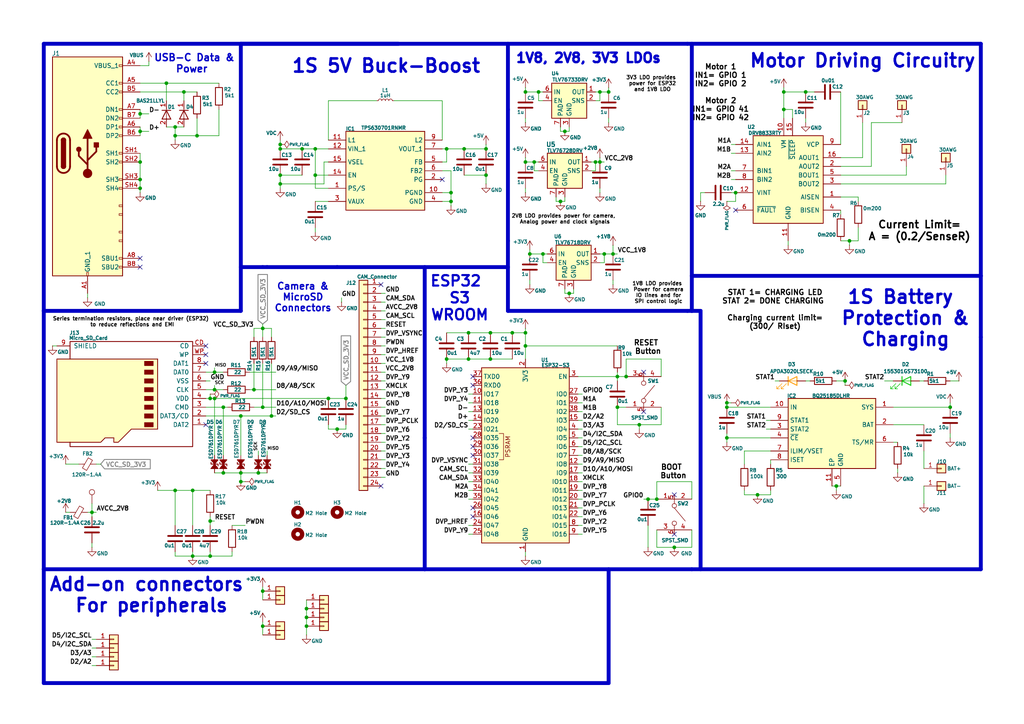
<source format=kicad_sch>
(kicad_sch (version 20231120) (generator "eeschema") (generator_version "8.0")
  (paper "A4")
  (title_block (company "Suheil M"))
  (lib_symbols
    (symbol "BAS21LLYL:BAS21LLYL" (pin_names hide)
      (property "Reference" "D" (at 5.08 3.81 0))
      (property "Value" "BAS21LLYL" (at 6.096 -1.016 0))
      (symbol "BAS21LLYL_1_1"
        (pin passive line (at 0 0 0) (length 2.54) (name "K") (number "1"))
        (pin passive line (at 7.62 0 180) (length 2.54) (name "A") (number "2"))
      )
    )
    (symbol "BQ25185:BQ25185DLHR"
      (property "Reference" "IC2" (at 6.096 3.302 0))
      (property "Value" "BQ25185DLHR" (at 17.526 3.302 0))
      (symbol "BQ25185DLHR_1_1"
        (pin passive line (at 35.56 0 180) (length 5.08) (name "SYS") (number "1"))
        (pin passive line (at 0 0 0) (length 5.08) (name "IN") (number "10"))
        (pin passive line (at 17.78 -22.86 90) (length 5.08) (name "EP") (number "11"))
        (pin passive line (at 35.56 -5.08 180) (length 5.08) (name "BAT") (number "2"))
        (pin passive line (at 0 -6.35 0) (length 5.08) (name "STAT2") (number "3"))
        (pin passive line (at 0 -8.89 0) (length 5.08) (name "~{CE}") (number "4"))
        (pin passive line (at 20.32 -22.86 90) (length 5.08) (name "GND") (number "5"))
        (pin passive line (at 35.56 -10.16 180) (length 5.08) (name "TS/MR") (number "6"))
        (pin passive line (at 0 -12.7 0) (length 5.08) (name "ILIM/VSET") (number "7"))
        (pin passive line (at 0 -15.24 0) (length 5.08) (name "ISET") (number "8"))
        (pin passive line (at 0 -3.81 0) (length 5.08) (name "STAT1") (number "9"))
      )
    )
    (symbol "Connector:Micro_SD_Card" (pin_names (offset 1.016))
      (property "Reference" "J13" (at 15.24 -19.05 0))
      (property "Value" "Micro_SD_Card" (at 11.176 -17.526 0))
      (symbol "Micro_SD_Card_1_1"
        (pin bidirectional line (at -22.86 7.62 0) (length 3.81) (name "DAT2") (number "1"))
        (pin bidirectional line (at -22.86 5.08 0) (length 3.81) (name "DAT3/CD") (number "2"))
        (pin input line (at -22.86 2.54 0) (length 3.81) (name "CMD") (number "3"))
        (pin power_in line (at -22.86 0 0) (length 3.81) (name "VDD") (number "4"))
        (pin input line (at -22.86 -2.54 0) (length 3.81) (name "CLK") (number "5"))
        (pin power_in line (at -22.86 -5.08 0) (length 3.81) (name "VSS") (number "6"))
        (pin bidirectional line (at -22.86 -7.62 0) (length 3.81) (name "DAT0") (number "7"))
        (pin bidirectional line (at -22.86 -10.16 0) (length 3.81) (name "DAT1") (number "8"))
        (pin passive line (at 20.32 -15.24 180) (length 3.81) (name "SHIELD") (number "9"))
        (pin input line (at -22.86 -15.24 0) (length 3.81) (name "CD") (number "CD"))
        (pin input line (at -22.86 -12.7 0) (length 3.81) (name "WP") (number "WP"))
      )
    )
    (symbol "Connector:TestPoint" (pin_numbers hide) (pin_names (offset 0.762) hide)
      (property "Reference" "TP" (at 0 6.858 0))
      (property "Value" "TestPoint" (at 0 5.08 0))
      (symbol "TestPoint_1_1"
        (pin passive line (at 0 0 90) (length 2.54) (name "1") (number "1"))
      )
    )
    (symbol "Connector_Generic:Conn_01x01" (pin_names (offset 1.016) hide)
      (property "Reference" "J" (at 0 2.54 0))
      (property "Value" "Conn_01x01" (at 0 -2.54 0))
      (symbol "Conn_01x01_1_1"
        (pin passive line (at -5.08 0 0) (length 3.81) (name "Pin_1") (number "1"))
      )
    )
    (symbol "Connector_Generic:Conn_01x24" (pin_names (offset 1.016) hide)
      (property "Reference" "J" (at 0 30.48 0))
      (property "Value" "Conn_01x24" (at 0 -33.02 0))
      (symbol "Conn_01x24_1_1"
        (pin passive line (at -5.08 27.94 0) (length 3.81) (name "Pin_1") (number "1"))
        (pin passive line (at -5.08 5.08 0) (length 3.81) (name "Pin_10") (number "10"))
        (pin passive line (at -5.08 2.54 0) (length 3.81) (name "Pin_11") (number "11"))
        (pin passive line (at -5.08 0 0) (length 3.81) (name "Pin_12") (number "12"))
        (pin passive line (at -5.08 -2.54 0) (length 3.81) (name "Pin_13") (number "13"))
        (pin passive line (at -5.08 -5.08 0) (length 3.81) (name "Pin_14") (number "14"))
        (pin passive line (at -5.08 -7.62 0) (length 3.81) (name "Pin_15") (number "15"))
        (pin passive line (at -5.08 -10.16 0) (length 3.81) (name "Pin_16") (number "16"))
        (pin passive line (at -5.08 -12.7 0) (length 3.81) (name "Pin_17") (number "17"))
        (pin passive line (at -5.08 -15.24 0) (length 3.81) (name "Pin_18") (number "18"))
        (pin passive line (at -5.08 -17.78 0) (length 3.81) (name "Pin_19") (number "19"))
        (pin passive line (at -5.08 25.4 0) (length 3.81) (name "Pin_2") (number "2"))
        (pin passive line (at -5.08 -20.32 0) (length 3.81) (name "Pin_20") (number "20"))
        (pin passive line (at -5.08 -22.86 0) (length 3.81) (name "Pin_21") (number "21"))
        (pin passive line (at -5.08 -25.4 0) (length 3.81) (name "Pin_22") (number "22"))
        (pin passive line (at -5.08 -27.94 0) (length 3.81) (name "Pin_23") (number "23"))
        (pin passive line (at -5.08 -30.48 0) (length 3.81) (name "Pin_24") (number "24"))
        (pin passive line (at -5.08 22.86 0) (length 3.81) (name "Pin_3") (number "3"))
        (pin passive line (at -5.08 20.32 0) (length 3.81) (name "Pin_4") (number "4"))
        (pin passive line (at -5.08 17.78 0) (length 3.81) (name "Pin_5") (number "5"))
        (pin passive line (at -5.08 15.24 0) (length 3.81) (name "Pin_6") (number "6"))
        (pin passive line (at -5.08 12.7 0) (length 3.81) (name "Pin_7") (number "7"))
        (pin passive line (at -5.08 10.16 0) (length 3.81) (name "Pin_8") (number "8"))
        (pin passive line (at -5.08 7.62 0) (length 3.81) (name "Pin_9") (number "9"))
      )
    )
    (symbol "Custom Symbols:SPST_SMD" (pin_names (offset 0) hide)
      (property "Reference" "SW" (at -13.462 3.81 0))
      (property "Value" "SPST_SMD" (at -6.604 5.842 0))
      (symbol "SPST_SMD_1_1"
        (pin passive line (at -2.54 3.81 0) (length 5.08) (name "A") (number "1"))
        (pin passive line (at 7.62 3.81 180) (length 5.08) (name "B") (number "2"))
        (pin passive line (at -2.54 -5.08 0) (length 5.08) (name "") (number "3"))
        (pin passive line (at 7.62 -5.08 180) (length 5.08) (name "") (number "4"))
        (pin passive line (at 2.54 5.08 270) (length 1.27) (name "A") (number "5"))
        (pin passive line (at 2.54 -6.35 90) (length 1.27) (name "A") (number "6"))
      )
    )
    (symbol "DRV8833RTY_1" (pin_names (offset 1.016))
      (property "Reference" "U3" (at 2.1941 -15.24 0))
      (property "Value" "DRV8833RTY" (at 2.1941 -17.78 0))
      (symbol "DRV8833RTY_1_1_1"
        (pin bidirectional line (at 15.24 -5.08 180) (length 5.08) (name "AISEN") (number "1"))
        (pin power_in line (at -1.27 17.78 270) (length 5.08) (name "VM") (number "10"))
        (pin power_in line (at 0 -17.78 90) (length 5.08) (name "GND") (number "11"))
        (pin power_in line (at -15.24 -3.81 0) (length 5.08) (name "VINT") (number "12"))
        (pin input line (at -15.24 7.62 0) (length 5.08) (name "AIN2") (number "13"))
        (pin input line (at -15.24 10.16 0) (length 5.08) (name "AIN1") (number "14"))
        (pin input line (at 1.27 17.78 270) (length 5.08) (name "~{SLEEP}") (number "15"))
        (pin power_out line (at 15.24 6.35 180) (length 5.08) (name "AOUT1") (number "16"))
        (pin passive line (at 0 -17.78 90) (length 5.08) hide (name "GND") (number "17"))
        (pin power_out line (at 15.24 3.81 180) (length 5.08) (name "AOUT2") (number "2"))
        (pin power_out line (at 15.24 -1.27 180) (length 5.08) (name "BOUT2") (number "3"))
        (pin bidirectional line (at 15.24 -8.89 180) (length 5.08) (name "BISEN") (number "4"))
        (pin power_out line (at 15.24 1.27 180) (length 5.08) (name "BOUT1") (number "5"))
        (pin open_collector line (at -15.24 -8.89 0) (length 5.08) (name "~{FAULT}") (number "6"))
        (pin input line (at -15.24 2.54 0) (length 5.08) (name "BIN1") (number "7"))
        (pin input line (at -15.24 0 0) (length 5.08) (name "BIN2") (number "8"))
        (pin bidirectional line (at 15.24 10.16 180) (length 5.08) (name "VCP") (number "9"))
      )
    )
    (symbol "Device:C" (pin_numbers hide) (pin_names (offset 0.254))
      (property "Reference" "C" (at 0.635 2.54 0))
      (property "Value" "C" (at 0.635 -2.54 0))
      (symbol "C_1_1"
        (pin passive line (at 0 3.81 270) (length 2.794) (name "~") (number "1"))
        (pin passive line (at 0 -3.81 90) (length 2.794) (name "~") (number "2"))
      )
    )
    (symbol "Device:D_TVS_Small_Filled" (pin_numbers hide) (pin_names (offset 1.016) hide)
      (property "Reference" "D" (at 0 2.54 0))
      (property "Value" "D_TVS_Small_Filled" (at 0 -2.54 0))
      (symbol "D_TVS_Small_Filled_1_1"
        (pin passive line (at -2.54 0 0) (length 1.27) (name "A1") (number "1"))
        (pin passive line (at 2.54 0 180) (length 1.27) (name "A2") (number "2"))
      )
    )
    (symbol "Device:FerriteBead_Small" (pin_numbers hide) (pin_names (offset 0))
      (property "Reference" "FB" (at 1.905 1.27 0))
      (property "Value" "FerriteBead_Small" (at 1.905 -1.27 0))
      (symbol "FerriteBead_Small_1_1"
        (pin passive line (at 0 2.54 270) (length 1.27) (name "~") (number "1"))
        (pin passive line (at 0 -2.54 90) (length 1.27) (name "~") (number "2"))
      )
    )
    (symbol "Device:LED" (pin_numbers hide) (pin_names (offset 1.016) hide)
      (property "Reference" "D3" (at -0.254 4.826 0))
      (property "Value" "APPA3010SECK" (at -0.254 2.794 0))
      (symbol "LED_1_1"
        (pin passive line (at -3.81 0 0) (length 2.54) (name "K") (number "1"))
        (pin passive line (at 3.81 0 180) (length 2.54) (name "A") (number "2"))
      )
    )
    (symbol "Device:L_Small" (pin_numbers hide) (pin_names (offset 0.254) hide)
      (property "Reference" "L" (at 0.762 1.016 0))
      (property "Value" "L_Small" (at 0.762 -1.016 0))
      (symbol "L_Small_1_1"
        (pin passive line (at 0 2.54 270) (length 0.508) (name "~") (number "1"))
        (pin passive line (at 0 -2.54 90) (length 0.508) (name "~") (number "2"))
      )
    )
    (symbol "Device:R" (pin_numbers hide) (pin_names (offset 0))
      (property "Reference" "R" (at 2.032 0 90))
      (property "Value" "R" (at 0 0 90))
      (symbol "R_1_1"
        (pin passive line (at 0 3.81 270) (length 1.27) (name "~") (number "1"))
        (pin passive line (at 0 -3.81 90) (length 1.27) (name "~") (number "2"))
      )
    )
    (symbol "LED_1" (pin_numbers hide) (pin_names (offset 1.016) hide)
      (property "Reference" "D2" (at -0.254 4.826 0))
      (property "Value" "APDA1806CGCK" (at -0.254 2.794 0))
      (symbol "LED_1_1_1"
        (pin passive line (at -3.81 0 0) (length 2.54) (name "K") (number "1"))
        (pin passive line (at 3.81 0 180) (length 2.54) (name "A") (number "2"))
      )
    )
    (symbol "Mechanical:MountingHole" (pin_names (offset 1.016)) (exclude_from_sim yes) (in_bom no)
      (property "Reference" "H" (at 0 5.08 0))
      (property "Value" "MountingHole" (at 0 3.175 0))
    )
    (symbol "RF_Module:ESP32-S3-WROOM-1"
      (property "Reference" "U" (at -12.7 26.67 0))
      (property "Value" "ESP32-S3-WROOM-1" (at 12.7 26.67 0))
      (symbol "ESP32-S3-WROOM-1_0_0"
        (text "PSRAM" (at 5.08 2.54 900) (effects (font (size 1.27 1.27))))
      )
      (symbol "ESP32-S3-WROOM-1_1_1"
        (pin power_in line (at 0 -27.94 90) (length 2.54) (name "GND") (number "1"))
        (pin bidirectional line (at 15.24 17.78 180) (length 2.54) (name "IO17") (number "10"))
        (pin bidirectional line (at 15.24 15.24 180) (length 2.54) (name "IO18") (number "11"))
        (pin bidirectional line (at -15.24 -2.54 0) (length 2.54) (name "IO8") (number "12"))
        (pin bidirectional line (at 15.24 12.7 180) (length 2.54) (name "IO19") (number "13"))
        (pin bidirectional line (at 15.24 10.16 180) (length 2.54) (name "IO20") (number "14"))
        (pin bidirectional line (at -15.24 10.16 0) (length 2.54) (name "IO3") (number "15"))
        (pin bidirectional line (at 15.24 -17.78 180) (length 2.54) (name "IO46") (number "16"))
        (pin bidirectional line (at -15.24 -5.08 0) (length 2.54) (name "IO9") (number "17"))
        (pin bidirectional line (at -15.24 -7.62 0) (length 2.54) (name "IO10") (number "18"))
        (pin bidirectional line (at -15.24 -10.16 0) (length 2.54) (name "IO11") (number "19"))
        (pin power_in line (at 0 27.94 270) (length 2.54) (name "3V3") (number "2"))
        (pin bidirectional line (at -15.24 -12.7 0) (length 2.54) (name "IO12") (number "20"))
        (pin bidirectional line (at -15.24 -15.24 0) (length 2.54) (name "IO13") (number "21"))
        (pin bidirectional line (at -15.24 -17.78 0) (length 2.54) (name "IO14") (number "22"))
        (pin bidirectional line (at 15.24 7.62 180) (length 2.54) (name "IO21") (number "23"))
        (pin bidirectional line (at 15.24 -20.32 180) (length 2.54) (name "IO47") (number "24"))
        (pin bidirectional line (at 15.24 -22.86 180) (length 2.54) (name "IO48") (number "25"))
        (pin bidirectional line (at 15.24 -15.24 180) (length 2.54) (name "IO45") (number "26"))
        (pin bidirectional line (at -15.24 17.78 0) (length 2.54) (name "IO0") (number "27"))
        (pin bidirectional line (at 15.24 5.08 180) (length 2.54) (name "IO35") (number "28"))
        (pin bidirectional line (at 15.24 2.54 180) (length 2.54) (name "IO36") (number "29"))
        (pin input line (at -15.24 22.86 0) (length 2.54) (name "EN") (number "3"))
        (pin bidirectional line (at 15.24 0 180) (length 2.54) (name "IO37") (number "30"))
        (pin bidirectional line (at 15.24 -2.54 180) (length 2.54) (name "IO38") (number "31"))
        (pin bidirectional line (at 15.24 -5.08 180) (length 2.54) (name "IO39") (number "32"))
        (pin bidirectional line (at 15.24 -7.62 180) (length 2.54) (name "IO40") (number "33"))
        (pin bidirectional line (at 15.24 -10.16 180) (length 2.54) (name "IO41") (number "34"))
        (pin bidirectional line (at 15.24 -12.7 180) (length 2.54) (name "IO42") (number "35"))
        (pin bidirectional line (at 15.24 20.32 180) (length 2.54) (name "RXD0") (number "36"))
        (pin bidirectional line (at 15.24 22.86 180) (length 2.54) (name "TXD0") (number "37"))
        (pin bidirectional line (at -15.24 12.7 0) (length 2.54) (name "IO2") (number "38"))
        (pin bidirectional line (at -15.24 15.24 0) (length 2.54) (name "IO1") (number "39"))
        (pin bidirectional line (at -15.24 7.62 0) (length 2.54) (name "IO4") (number "4"))
        (pin passive line (at 0 -27.94 90) (length 2.54) hide (name "GND") (number "40"))
        (pin passive line (at 0 -27.94 90) (length 2.54) hide (name "GND") (number "41"))
        (pin bidirectional line (at -15.24 5.08 0) (length 2.54) (name "IO5") (number "5"))
        (pin bidirectional line (at -15.24 2.54 0) (length 2.54) (name "IO6") (number "6"))
        (pin bidirectional line (at -15.24 0 0) (length 2.54) (name "IO7") (number "7"))
        (pin bidirectional line (at -15.24 -20.32 0) (length 2.54) (name "IO15") (number "8"))
        (pin bidirectional line (at -15.24 -22.86 0) (length 2.54) (name "IO16") (number "9"))
      )
    )
    (symbol "Regulator_Linear:TLV76718DRVx"
      (property "Reference" "U" (at 0 8.89 0))
      (property "Value" "TLV76718DRVx" (at 0 6.35 0))
      (symbol "TLV76718DRVx_1_1"
        (pin power_out line (at 7.62 2.54 180) (length 2.54) (name "OUT") (number "1"))
        (pin input line (at 7.62 0 180) (length 2.54) (name "SNS") (number "2"))
        (pin power_in line (at 0 -7.62 90) (length 2.54) (name "GND") (number "3"))
        (pin input line (at -7.62 0 0) (length 2.54) (name "EN") (number "4"))
        (pin passive line (at 0 -7.62 90) (length 2.54) hide (name "GND") (number "5"))
        (pin power_in line (at -7.62 2.54 0) (length 2.54) (name "IN") (number "6"))
        (pin passive line (at -2.54 -7.62 90) (length 2.54) (name "PAD") (number "7"))
      )
    )
    (symbol "Regulator_Linear:TLV76728DRVx"
      (property "Reference" "U" (at 0 8.89 0))
      (property "Value" "TLV76728DRVx" (at 0 6.35 0))
      (symbol "TLV76728DRVx_1_1"
        (pin power_out line (at 7.62 2.54 180) (length 2.54) (name "OUT") (number "1"))
        (pin input line (at 7.62 0 180) (length 2.54) (name "SNS") (number "2"))
        (pin power_in line (at 0 -7.62 90) (length 2.54) (name "GND") (number "3"))
        (pin input line (at -7.62 0 0) (length 2.54) (name "EN") (number "4"))
        (pin passive line (at 0 -7.62 90) (length 2.54) hide (name "GND") (number "5"))
        (pin power_in line (at -7.62 2.54 0) (length 2.54) (name "IN") (number "6"))
        (pin passive line (at -2.54 -7.62 90) (length 2.54) (name "PAD") (number "7"))
      )
    )
    (symbol "Regulator_Linear:TLV76733DRVx"
      (property "Reference" "U" (at 0 8.89 0))
      (property "Value" "TLV76733DRVx" (at 0 6.35 0))
      (symbol "TLV76733DRVx_1_1"
        (pin power_out line (at 7.62 2.54 180) (length 2.54) (name "OUT") (number "1"))
        (pin input line (at 7.62 0 180) (length 2.54) (name "SNS") (number "2"))
        (pin power_in line (at 0 -7.62 90) (length 2.54) (name "GND") (number "3"))
        (pin input line (at -7.62 0 0) (length 2.54) (name "EN") (number "4"))
        (pin passive line (at 0 -7.62 90) (length 2.54) hide (name "GND") (number "5"))
        (pin power_in line (at -7.62 2.54 0) (length 2.54) (name "IN") (number "6"))
        (pin passive line (at -2.54 -7.62 90) (length 2.54) (name "PAD") (number "7"))
      )
    )
    (symbol "TPS63070:TPS630701RNMR"
      (property "Reference" "IC1" (at 16.51 7.62 0))
      (property "Value" "TPS630701RNMR" (at 16.51 5.08 0))
      (symbol "TPS630701RNMR_1_1"
        (pin passive line (at 0 -13.97 0) (length 5.08) (name "PS/S") (number "1"))
        (pin passive line (at 33.02 -15.24 180) (length 5.08) (name "PGND") (number "10"))
        (pin passive line (at 0 0 0) (length 5.08) (name "L1") (number "11"))
        (pin passive line (at 0 -2.54 0) (length 5.08) (name "VIN_1") (number "12"))
        (pin passive line (at 0 -2.54 0) (length 5.08) hide (name "VIN_2") (number "13"))
        (pin passive line (at 0 -10.16 0) (length 5.08) (name "EN") (number "14"))
        (pin passive line (at 0 -6.35 0) (length 5.08) (name "VSEL") (number "15"))
        (pin passive line (at 33.02 -11.43 180) (length 5.08) (name "PG") (number "2"))
        (pin passive line (at 0 -17.78 0) (length 5.08) (name "VAUX") (number "3"))
        (pin passive line (at 33.02 -17.78 180) (length 5.08) (name "GND") (number "4"))
        (pin passive line (at 33.02 -6.35 180) (length 5.08) (name "FB") (number "5"))
        (pin passive line (at 33.02 -8.89 180) (length 5.08) (name "FB2") (number "6"))
        (pin passive line (at 33.02 -2.54 180) (length 5.08) (name "VOUT_1") (number "7"))
        (pin passive line (at 33.02 -2.54 180) (length 5.08) hide (name "VOUT_2") (number "8"))
        (pin passive line (at 33.02 0 180) (length 5.08) (name "L2") (number "9"))
      )
    )
    (symbol "USB4215:USB4215" (pin_names (offset 1.016))
      (property "Reference" "J" (at -10.16 29.21 0))
      (symbol "USB4215_1_1"
        (pin passive line (at 0 -40.64 90) (length 5.08) (name "GND_1") (number "A1"))
        (pin passive line (at 0 -40.64 90) (length 5.08) hide (name "GND_2") (number "A12"))
        (pin passive line (at 15.24 25.4 180) (length 5.08) (name "VBUS_1") (number "A4"))
        (pin passive line (at 15.24 20.32 180) (length 5.08) (name "CC1") (number "A5"))
        (pin passive line (at 15.24 7.62 180) (length 5.08) (name "DP1") (number "A6"))
        (pin passive line (at 15.24 12.7 180) (length 5.08) (name "DN1") (number "A7"))
        (pin passive line (at 15.24 -30.48 180) (length 5.08) (name "SBU1") (number "A8"))
        (pin passive line (at 15.24 25.4 180) (length 5.08) hide (name "VBUS_2") (number "A9"))
        (pin passive line (at 0 -40.64 90) (length 5.08) hide (name "GND_3") (number "B1"))
        (pin passive line (at 0 -40.64 90) (length 5.08) hide (name "GND_4") (number "B12"))
        (pin passive line (at 15.24 25.4 180) (length 5.08) hide (name "VBUS_3") (number "B4"))
        (pin passive line (at 15.24 17.78 180) (length 5.08) (name "CC2") (number "B5"))
        (pin passive line (at 15.24 5.08 180) (length 5.08) (name "DP2") (number "B6"))
        (pin passive line (at 15.24 10.16 180) (length 5.08) (name "DN2") (number "B7"))
        (pin passive line (at 15.24 -33.02 180) (length 5.08) (name "SBU2") (number "B8"))
        (pin passive line (at 15.24 25.4 180) (length 5.08) hide (name "VBUS_4") (number "B9"))
        (pin passive line (at 15.24 0 180) (length 5.08) (name "SH1") (number "SH1"))
        (pin passive line (at 15.24 -2.54 180) (length 5.08) (name "SH2") (number "SH2"))
        (pin passive line (at 15.24 -7.62 180) (length 5.08) (name "SH3") (number "SH3"))
        (pin passive line (at 15.24 -10.16 180) (length 5.08) (name "SH4") (number "SH4"))
      )
    )
    (symbol "power:+1V8" (power) (pin_numbers hide) (pin_names (offset 0) hide)
      (property "Value" "+1V8" (at 0 3.556 0))
      (symbol "+1V8_1_1"
        (pin power_in line (at 0 0 90) (length 0) (name "~") (number "1"))
      )
    )
    (symbol "power:+2V8" (power) (pin_numbers hide) (pin_names (offset 0) hide)
      (property "Value" "+2V8" (at 0 3.556 0))
      (symbol "+2V8_1_1"
        (pin power_in line (at 0 0 90) (length 0) (name "~") (number "1"))
      )
    )
    (symbol "power:+3V3" (power) (pin_numbers hide) (pin_names (offset 0) hide)
      (property "Value" "+3V3" (at 0 3.556 0))
      (symbol "+3V3_1_1"
        (pin power_in line (at 0 0 90) (length 0) (name "~") (number "1"))
      )
    )
    (symbol "power:+5V" (power) (pin_numbers hide) (pin_names (offset 0) hide)
      (property "Value" "+5V" (at 0 3.556 0))
      (symbol "+5V_1_1"
        (pin power_in line (at 0 0 90) (length 0) (name "~") (number "1"))
      )
    )
    (symbol "power:GND" (power) (pin_numbers hide) (pin_names (offset 0) hide)
      (property "Value" "GND" (at 0 -3.81 0))
      (symbol "GND_1_1"
        (pin power_in line (at 0 0 270) (length 0) (name "~") (number "1"))
      )
    )
    (symbol "power:PWR_FLAG" (power) (pin_numbers hide) (pin_names (offset 0) hide)
      (property "Value" "PWR_FLAG" (at 0 3.81 0))
      (symbol "PWR_FLAG_0_0"
        (pin power_out line (at 0 0 90) (length 0) (name "~") (number "1"))
      )
    )
    (symbol "power:VBUS" (power) (pin_numbers hide) (pin_names (offset 0) hide)
      (property "Value" "VBUS" (at 0 3.556 0))
      (symbol "VBUS_1_1"
        (pin power_in line (at 0 0 90) (length 0) (name "~") (number "1"))
      )
    )
    (symbol "power:VDC" (power) (pin_numbers hide) (pin_names (offset 0) hide)
      (property "Value" "VDC" (at 0 3.556 0))
      (symbol "VDC_1_1"
        (pin power_in line (at 0 0 90) (length 0) (name "~") (number "1"))
      )
    )
  )
  (junction (at 177.8 73.66))
  (junction (at 142.24 96.52))
  (junction (at 210.82 118.11))
  (junction (at 173.99 26.67))
  (junction (at 76.2 171.45))
  (junction (at 213.36 55.88))
  (junction (at 55.88 142.24))
  (junction (at 233.68 26.67))
  (junction (at 40.64 33.02))
  (junction (at 173.99 46.99))
  (junction (at 40.64 52.07))
  (junction (at 275.59 118.11))
  (junction (at 60.96 151.13))
  (junction (at 81.28 43.18))
  (junction (at 175.26 73.66))
  (junction (at 40.64 46.99))
  (junction (at 140.97 43.18))
  (junction (at 40.64 54.61))
  (junction (at 152.4 100.33))
  (junction (at 69.85 137.16))
  (junction (at 60.96 161.29))
  (junction (at 87.63 43.18))
  (junction (at 179.07 109.22))
  (junction (at 62.23 107.95))
  (junction (at 165.1 85.09))
  (junction (at 91.44 50.8))
  (junction (at 53.34 26.67))
  (junction (at 62.23 115.57))
  (junction (at 69.85 139.7))
  (junction (at 55.88 161.29))
  (junction (at 97.79 124.46))
  (junction (at 140.97 50.8))
  (junction (at 62.23 113.03))
  (junction (at 88.9 176.53))
  (junction (at 156.21 26.67))
  (junction (at 69.85 120.65))
  (junction (at 148.59 96.52))
  (junction (at 50.8 39.37))
  (junction (at 76.2 181.61))
  (junction (at 60.96 115.57))
  (junction (at 134.62 43.18))
  (junction (at 246.38 69.85))
  (junction (at 40.64 38.1))
  (junction (at 81.28 50.8))
  (junction (at 179.07 118.11))
  (junction (at 176.53 26.67))
  (junction (at 162.56 58.42))
  (junction (at 210.82 116.84))
  (junction (at 129.54 43.18))
  (junction (at 130.81 58.42))
  (junction (at 91.44 43.18))
  (junction (at 219.71 143.51))
  (junction (at 185.42 123.19))
  (junction (at 195.58 158.75))
  (junction (at 76.2 95.25))
  (junction (at 64.77 118.11))
  (junction (at 95.25 115.57))
  (junction (at 210.82 127))
  (junction (at 142.24 104.14))
  (junction (at 50.8 36.83))
  (junction (at 187.96 144.78))
  (junction (at 81.28 53.34))
  (junction (at 74.93 137.16))
  (junction (at 100.33 115.57))
  (junction (at 130.81 55.88))
  (junction (at 154.94 46.99))
  (junction (at 48.26 24.13))
  (junction (at 152.4 96.52))
  (junction (at 78.74 120.65))
  (junction (at 152.4 26.67))
  (junction (at 76.2 118.11))
  (junction (at 163.83 38.1))
  (junction (at 26.67 148.59))
  (junction (at 88.9 181.61))
  (junction (at 135.89 96.52))
  (junction (at 172.72 46.99))
  (junction (at 129.54 104.14))
  (junction (at 227.33 31.75))
  (junction (at 57.15 39.37))
  (junction (at 73.66 113.03))
  (junction (at 81.28 41.91))
  (junction (at 153.67 73.66))
  (junction (at 64.77 137.16))
  (junction (at 245.11 110.49))
  (junction (at 88.9 179.07))
  (junction (at 242.57 140.97))
  (junction (at 152.4 46.99))
  (junction (at 227.33 26.67))
  (junction (at 181.61 109.22))
  (junction (at 50.8 142.24))
  (junction (at 190.5 144.78))
  (junction (at 157.48 73.66))
  (junction (at 135.89 104.14))
  (no_connect (at 40.64 74.93))
  (no_connect (at 128.27 52.07))
  (no_connect (at 137.16 127))
  (no_connect (at 195.58 154.94))
  (no_connect (at 59.69 102.87))
  (no_connect (at 137.16 111.76))
  (no_connect (at 137.16 132.08))
  (no_connect (at 59.69 105.41))
  (no_connect (at 110.49 140.97))
  (no_connect (at 137.16 109.22))
  (no_connect (at 186.69 107.95))
  (no_connect (at 195.58 143.51))
  (no_connect (at 59.69 123.19))
  (no_connect (at 137.16 129.54))
  (no_connect (at 186.69 119.38))
  (no_connect (at 59.69 100.33))
  (no_connect (at 110.49 82.55))
  (no_connect (at 40.64 77.47))
  (no_connect (at 213.36 60.96))
  (no_connect (at 137.16 149.86))
  (no_connect (at 137.16 147.32))
  (wire (pts (xy 227.33 31.75) (xy 227.33 34.29)))
  (polyline (pts (xy 12.7 12.7) (xy 115.57 12.7)) (stroke (width 1.125)))
  (wire (pts (xy 48.26 24.13) (xy 48.26 29.21)))
  (polyline (pts (xy 284.48 165.1) (xy 284.48 97.79)) (stroke (width 1.125)))
  (wire (pts (xy 140.97 50.8) (xy 140.97 53.34)))
  (wire (pts (xy 110.49 125.73) (xy 111.76 125.73)))
  (wire (pts (xy 156.21 29.21) (xy 156.21 26.67)))
  (wire (pts (xy 215.9 130.81) (xy 215.9 134.62)))
  (wire (pts (xy 243.84 60.96) (xy 243.84 62.23)))
  (wire (pts (xy 59.69 115.57) (xy 60.96 115.57)))
  (polyline (pts (xy 199.39 90.17) (xy 200.66 90.17)) (stroke (width 1.125)))
  (wire (pts (xy 243.84 57.15) (xy 248.92 57.15)))
  (wire (pts (xy 168.91 142.24) (xy 167.64 142.24)))
  (wire (pts (xy 111.76 90.17) (xy 110.49 90.17)))
  (wire (pts (xy 50.8 36.83) (xy 50.8 39.37)))
  (wire (pts (xy 27.94 187.96) (xy 26.67 187.96)))
  (wire (pts (xy 50.8 160.02) (xy 50.8 161.29)))
  (wire (pts (xy 111.76 118.11) (xy 110.49 118.11)))
  (wire (pts (xy 134.62 43.18) (xy 140.97 43.18)))
  (wire (pts (xy 262.89 48.26) (xy 262.89 50.8)))
  (wire (pts (xy 129.54 43.18) (xy 129.54 46.99)))
  (wire (pts (xy 246.38 71.12) (xy 246.38 69.85)))
  (wire (pts (xy 177.8 81.28) (xy 177.8 82.55)))
  (polyline (pts (xy 200.66 165.1) (xy 123.19 165.1)) (stroke (width 1.125)))
  (wire (pts (xy 223.52 130.81) (xy 215.9 130.81)))
  (wire (pts (xy 95.25 29.21) (xy 95.25 40.64)))
  (wire (pts (xy 157.48 29.21) (xy 156.21 29.21)))
  (wire (pts (xy 72.39 113.03) (xy 73.66 113.03)))
  (polyline (pts (xy 147.32 12.7) (xy 147.32 31.75)) (stroke (width 1.125)))
  (polyline (pts (xy 200.66 12.7) (xy 200.66 80.01)) (stroke (width 1.125)))
  (wire (pts (xy 227.33 25.4) (xy 227.33 26.67)))
  (wire (pts (xy 19.05 134.62) (xy 22.86 134.62)))
  (wire (pts (xy 142.24 96.52) (xy 148.59 96.52)))
  (wire (pts (xy 173.99 76.2) (xy 175.26 76.2)))
  (wire (pts (xy 135.89 114.3) (xy 137.16 114.3)))
  (wire (pts (xy 76.2 171.45) (xy 76.2 173.99)))
  (wire (pts (xy 210.82 116.84) (xy 210.82 118.11)))
  (wire (pts (xy 210.82 118.11) (xy 223.52 118.11)))
  (wire (pts (xy 179.07 107.95) (xy 179.07 109.22)))
  (wire (pts (xy 62.23 137.16) (xy 64.77 137.16)))
  (wire (pts (xy 212.09 55.88) (xy 213.36 55.88)))
  (wire (pts (xy 210.82 127) (xy 210.82 125.73)))
  (wire (pts (xy 153.67 82.55) (xy 153.67 81.28)))
  (wire (pts (xy 135.89 139.7) (xy 137.16 139.7)))
  (polyline (pts (xy 200.66 80.01) (xy 200.66 90.17)) (stroke (width 1.125)))
  (wire (pts (xy 167.64 121.92) (xy 168.91 121.92)))
  (wire (pts (xy 135.89 134.62) (xy 137.16 134.62)))
  (wire (pts (xy 167.64 124.46) (xy 168.91 124.46)))
  (wire (pts (xy 91.44 58.42) (xy 95.25 58.42)))
  (wire (pts (xy 45.72 142.24) (xy 50.8 142.24)))
  (wire (pts (xy 168.91 149.86) (xy 167.64 149.86)))
  (wire (pts (xy 60.96 149.86) (xy 60.96 151.13)))
  (wire (pts (xy 168.91 139.7) (xy 167.64 139.7)))
  (wire (pts (xy 67.31 160.02) (xy 67.31 161.29)))
  (wire (pts (xy 63.5 31.75) (xy 63.5 39.37)))
  (wire (pts (xy 57.15 34.29) (xy 57.15 39.37)))
  (wire (pts (xy 50.8 36.83) (xy 53.34 36.83)))
  (wire (pts (xy 64.77 137.16) (xy 69.85 137.16)))
  (wire (pts (xy 245.11 110.49) (xy 245.11 111.76)))
  (wire (pts (xy 110.49 92.71) (xy 111.76 92.71)))
  (wire (pts (xy 76.2 180.34) (xy 76.2 181.61)))
  (wire (pts (xy 40.64 31.75) (xy 40.64 33.02)))
  (wire (pts (xy 154.94 49.53) (xy 156.21 49.53)))
  (wire (pts (xy 27.94 185.42) (xy 26.67 185.42)))
  (wire (pts (xy 73.66 95.25) (xy 73.66 97.79)))
  (wire (pts (xy 95.25 46.99) (xy 93.98 46.99)))
  (wire (pts (xy 172.72 46.99) (xy 173.99 46.99)))
  (wire (pts (xy 153.67 73.66) (xy 157.48 73.66)))
  (wire (pts (xy 88.9 173.99) (xy 88.9 176.53)))
  (wire (pts (xy 88.9 179.07) (xy 88.9 181.61)))
  (wire (pts (xy 78.74 105.41) (xy 78.74 120.65)))
  (wire (pts (xy 163.83 85.09) (xy 165.1 85.09)))
  (wire (pts (xy 50.8 142.24) (xy 50.8 152.4)))
  (wire (pts (xy 203.2 55.88) (xy 203.2 58.42)))
  (wire (pts (xy 135.89 124.46) (xy 137.16 124.46)))
  (wire (pts (xy 78.74 97.79) (xy 78.74 95.25)))
  (wire (pts (xy 227.33 26.67) (xy 227.33 31.75)))
  (wire (pts (xy 81.28 40.64) (xy 81.28 41.91)))
  (wire (pts (xy 252.73 35.56) (xy 261.62 35.56)))
  (wire (pts (xy 173.99 29.21) (xy 173.99 26.67)))
  (wire (pts (xy 173.99 46.99) (xy 175.26 46.99)))
  (wire (pts (xy 135.89 121.92) (xy 137.16 121.92)))
  (wire (pts (xy 64.77 118.11) (xy 64.77 132.08)))
  (wire (pts (xy 274.32 50.8) (xy 274.32 53.34)))
  (wire (pts (xy 163.83 38.1) (xy 165.1 38.1)))
  (wire (pts (xy 200.66 153.67) (xy 200.66 158.75)))
  (wire (pts (xy 152.4 46.99) (xy 154.94 46.99)))
  (wire (pts (xy 215.9 142.24) (xy 215.9 143.51)))
  (wire (pts (xy 40.64 24.13) (xy 48.26 24.13)))
  (wire (pts (xy 91.44 43.18) (xy 95.25 43.18)))
  (wire (pts (xy 95.25 50.8) (xy 91.44 50.8)))
  (wire (pts (xy 152.4 45.72) (xy 152.4 46.99)))
  (wire (pts (xy 76.2 118.11) (xy 80.01 118.11)))
  (polyline (pts (xy 199.39 12.7) (xy 284.48 12.7)) (stroke (width 1.125)))
  (wire (pts (xy 152.4 26.67) (xy 156.21 26.67)))
  (wire (pts (xy 163.83 83.82) (xy 163.83 85.09)))
  (wire (pts (xy 223.52 133.35) (xy 223.52 134.62)))
  (wire (pts (xy 91.44 50.8) (xy 91.44 43.18)))
  (wire (pts (xy 59.69 113.03) (xy 62.23 113.03)))
  (wire (pts (xy 76.2 93.98) (xy 76.2 95.25)))
  (polyline (pts (xy 200.66 80.01) (xy 284.48 80.01)) (stroke (width 1.125)))
  (wire (pts (xy 187.96 144.78) (xy 190.5 144.78)))
  (wire (pts (xy 134.62 50.8) (xy 140.97 50.8)))
  (wire (pts (xy 190.5 153.67) (xy 190.5 158.75)))
  (wire (pts (xy 246.38 69.85) (xy 248.92 69.85)))
  (wire (pts (xy 87.63 43.18) (xy 91.44 43.18)))
  (wire (pts (xy 40.64 38.1) (xy 40.64 39.37)))
  (wire (pts (xy 76.2 95.25) (xy 76.2 97.79)))
  (wire (pts (xy 50.8 142.24) (xy 55.88 142.24)))
  (wire (pts (xy 59.69 107.95) (xy 62.23 107.95)))
  (wire (pts (xy 110.49 113.03) (xy 111.76 113.03)))
  (wire (pts (xy 229.87 34.29) (xy 229.87 31.75)))
  (wire (pts (xy 242.57 142.24) (xy 242.57 140.97)))
  (wire (pts (xy 154.94 49.53) (xy 154.94 46.99)))
  (wire (pts (xy 53.34 26.67) (xy 57.15 26.67)))
  (wire (pts (xy 60.96 161.29) (xy 55.88 161.29)))
  (wire (pts (xy 81.28 41.91) (xy 81.28 43.18)))
  (wire (pts (xy 43.18 19.05) (xy 40.64 19.05)))
  (wire (pts (xy 40.64 52.07) (xy 40.64 54.61)))
  (wire (pts (xy 200.66 158.75) (xy 195.58 158.75)))
  (polyline (pts (xy 147.32 31.75) (xy 147.32 69.85)) (stroke (width 1.125)))
  (wire (pts (xy 267.97 140.97) (xy 267.97 146.05)))
  (wire (pts (xy 100.33 123.19) (xy 100.33 124.46)))
  (polyline (pts (xy 123.19 127) (xy 123.19 77.47)) (stroke (width 1.125)))
  (wire (pts (xy 40.64 44.45) (xy 40.64 46.99)))
  (wire (pts (xy 275.59 116.84) (xy 275.59 118.11)))
  (wire (pts (xy 60.96 151.13) (xy 60.96 152.4)))
  (wire (pts (xy 110.49 100.33) (xy 111.76 100.33)))
  (wire (pts (xy 168.91 147.32) (xy 167.64 147.32)))
  (wire (pts (xy 259.08 118.11) (xy 275.59 118.11)))
  (wire (pts (xy 135.89 116.84) (xy 137.16 116.84)))
  (wire (pts (xy 233.68 110.49) (xy 234.95 110.49)))
  (wire (pts (xy 55.88 160.02) (xy 55.88 161.29)))
  (wire (pts (xy 88.9 176.53) (xy 88.9 179.07)))
  (polyline (pts (xy 200.66 90.17) (xy 203.2 90.17)) (stroke (width 1.125)))
  (wire (pts (xy 81.28 43.18) (xy 87.63 43.18)))
  (polyline (pts (xy 147.32 90.17) (xy 199.39 90.17)) (stroke (width 1.125)))
  (wire (pts (xy 142.24 104.14) (xy 135.89 104.14)))
  (wire (pts (xy 128.27 58.42) (xy 130.81 58.42)))
  (wire (pts (xy 157.48 73.66) (xy 158.75 73.66)))
  (wire (pts (xy 78.74 120.65) (xy 80.01 120.65)))
  (wire (pts (xy 43.18 17.78) (xy 43.18 19.05)))
  (wire (pts (xy 135.89 144.78) (xy 137.16 144.78)))
  (wire (pts (xy 110.49 95.25) (xy 111.76 95.25)))
  (wire (pts (xy 81.28 50.8) (xy 81.28 53.34)))
  (wire (pts (xy 152.4 35.56) (xy 152.4 34.29)))
  (wire (pts (xy 152.4 160.02) (xy 152.4 161.29)))
  (wire (pts (xy 179.07 109.22) (xy 181.61 109.22)))
  (wire (pts (xy 100.33 111.76) (xy 100.33 115.57)))
  (wire (pts (xy 190.5 139.7) (xy 200.66 139.7)))
  (wire (pts (xy 267.97 130.81) (xy 267.97 135.89)))
  (wire (pts (xy 67.31 152.4) (xy 71.12 152.4)))
  (wire (pts (xy 185.42 123.19) (xy 191.77 123.19)))
  (wire (pts (xy 166.37 85.09) (xy 165.1 85.09)))
  (wire (pts (xy 191.77 104.14) (xy 181.61 104.14)))
  (wire (pts (xy 66.04 118.11) (xy 64.77 118.11)))
  (wire (pts (xy 93.98 53.34) (xy 81.28 53.34)))
  (wire (pts (xy 173.99 73.66) (xy 175.26 73.66)))
  (wire (pts (xy 129.54 105.41) (xy 129.54 104.14)))
  (wire (pts (xy 40.64 33.02) (xy 40.64 34.29)))
  (wire (pts (xy 99.06 87.63) (xy 99.06 86.36)))
  (wire (pts (xy 110.49 105.41) (xy 111.76 105.41)))
  (polyline (pts (xy 200.66 165.1) (xy 284.48 165.1)) (stroke (width 1.125)))
  (wire (pts (xy 168.91 114.3) (xy 167.64 114.3)))
  (wire (pts (xy 228.6 69.85) (xy 228.6 71.12)))
  (wire (pts (xy 69.85 139.7) (xy 71.12 139.7)))
  (wire (pts (xy 110.49 130.81) (xy 111.76 130.81)))
  (wire (pts (xy 248.92 58.42) (xy 248.92 57.15)))
  (wire (pts (xy 72.39 107.95) (xy 80.01 107.95)))
  (wire (pts (xy 48.26 36.83) (xy 50.8 36.83)))
  (wire (pts (xy 25.4 86.36) (xy 25.4 85.09)))
  (wire (pts (xy 95.25 124.46) (xy 97.79 124.46)))
  (wire (pts (xy 74.93 137.16) (xy 77.47 137.16)))
  (wire (pts (xy 91.44 54.61) (xy 91.44 50.8)))
  (wire (pts (xy 210.82 58.42) (xy 213.36 58.42)))
  (wire (pts (xy 163.83 57.15) (xy 163.83 58.42)))
  (wire (pts (xy 152.4 95.25) (xy 152.4 96.52)))
  (wire (pts (xy 76.2 181.61) (xy 76.2 184.15)))
  (polyline (pts (xy 203.2 90.17) (xy 203.2 165.1)) (stroke (width 1.125)))
  (wire (pts (xy 274.32 53.34) (xy 243.84 53.34)))
  (wire (pts (xy 95.25 123.19) (xy 95.25 124.46)))
  (wire (pts (xy 76.2 105.41) (xy 76.2 118.11)))
  (wire (pts (xy 210.82 116.84) (xy 212.09 116.84)))
  (wire (pts (xy 179.07 118.11) (xy 179.07 123.19)))
  (wire (pts (xy 95.25 115.57) (xy 100.33 115.57)))
  (wire (pts (xy 250.19 35.56) (xy 250.19 45.72)))
  (wire (pts (xy 223.52 142.24) (xy 223.52 143.51)))
  (wire (pts (xy 93.98 46.99) (xy 93.98 53.34)))
  (wire (pts (xy 242.57 140.97) (xy 243.84 140.97)))
  (polyline (pts (xy 76.2 77.47) (xy 77.47 77.47)) (stroke (width 1.125)))
  (polyline (pts (xy 12.7 90.17) (xy 69.85 90.17)) (stroke (width 1.125)))
  (wire (pts (xy 55.88 142.24) (xy 60.96 142.24)))
  (wire (pts (xy 152.4 100.33) (xy 152.4 104.14)))
  (wire (pts (xy 181.61 104.14) (xy 181.61 109.22)))
  (wire (pts (xy 212.09 44.45) (xy 213.36 44.45)))
  (wire (pts (xy 177.8 71.12) (xy 177.8 73.66)))
  (wire (pts (xy 27.94 193.04) (xy 26.67 193.04)))
  (wire (pts (xy 135.89 96.52) (xy 142.24 96.52)))
  (wire (pts (xy 95.25 54.61) (xy 91.44 54.61)))
  (wire (pts (xy 76.2 95.25) (xy 73.66 95.25)))
  (wire (pts (xy 152.4 55.88) (xy 152.4 54.61)))
  (wire (pts (xy 259.08 123.19) (xy 267.97 123.19)))
  (wire (pts (xy 69.85 137.16) (xy 74.93 137.16)))
  (wire (pts (xy 97.79 124.46) (xy 100.33 124.46)))
  (wire (pts (xy 62.23 115.57) (xy 62.23 132.08)))
  (wire (pts (xy 233.68 26.67) (xy 236.22 26.67)))
  (wire (pts (xy 129.54 96.52) (xy 135.89 96.52)))
  (wire (pts (xy 156.21 26.67) (xy 157.48 26.67)))
  (wire (pts (xy 60.96 114.3) (xy 60.96 115.57)))
  (wire (pts (xy 50.8 161.29) (xy 55.88 161.29)))
  (wire (pts (xy 25.4 148.59) (xy 26.67 148.59)))
  (wire (pts (xy 162.56 38.1) (xy 163.83 38.1)))
  (wire (pts (xy 213.36 58.42) (xy 213.36 55.88)))
  (wire (pts (xy 91.44 66.04) (xy 91.44 67.31)))
  (wire (pts (xy 167.64 116.84) (xy 168.91 116.84)))
  (wire (pts (xy 152.4 25.4) (xy 152.4 26.67)))
  (wire (pts (xy 215.9 143.51) (xy 219.71 143.51)))
  (wire (pts (xy 168.91 134.62) (xy 167.64 134.62)))
  (wire (pts (xy 165.1 36.83) (xy 165.1 38.1)))
  (wire (pts (xy 60.96 110.49) (xy 59.69 110.49)))
  (wire (pts (xy 152.4 100.33) (xy 179.07 100.33)))
  (wire (pts (xy 259.08 128.27) (xy 260.35 128.27)))
  (wire (pts (xy 50.8 40.64) (xy 50.8 39.37)))
  (wire (pts (xy 241.3 140.97) (xy 242.57 140.97)))
  (wire (pts (xy 60.96 115.57) (xy 62.23 115.57)))
  (wire (pts (xy 166.37 83.82) (xy 166.37 85.09)))
  (wire (pts (xy 157.48 76.2) (xy 157.48 73.66)))
  (wire (pts (xy 212.09 49.53) (xy 213.36 49.53)))
  (wire (pts (xy 26.67 148.59) (xy 27.94 148.59)))
  (wire (pts (xy 62.23 115.57) (xy 95.25 115.57)))
  (wire (pts (xy 110.49 138.43) (xy 111.76 138.43)))
  (wire (pts (xy 176.53 34.29) (xy 176.53 35.56)))
  (wire (pts (xy 67.31 161.29) (xy 60.96 161.29)))
  (wire (pts (xy 168.91 144.78) (xy 167.64 144.78)))
  (wire (pts (xy 190.5 144.78) (xy 190.5 139.7)))
  (wire (pts (xy 168.91 154.94) (xy 167.64 154.94)))
  (polyline (pts (xy 12.7 90.17) (xy 12.7 165.1)) (stroke (width 1.125)))
  (wire (pts (xy 148.59 104.14) (xy 142.24 104.14)))
  (wire (pts (xy 48.26 24.13) (xy 63.5 24.13)))
  (wire (pts (xy 60.96 151.13) (xy 62.23 151.13)))
  (wire (pts (xy 110.49 85.09) (xy 111.76 85.09)))
  (polyline (pts (xy 176.53 165.1) (xy 176.53 198.12)) (stroke (width 1.125)))
  (wire (pts (xy 224.79 110.49) (xy 226.06 110.49)))
  (wire (pts (xy 128.27 46.99) (xy 129.54 46.99)))
  (wire (pts (xy 173.99 54.61) (xy 173.99 55.88)))
  (wire (pts (xy 243.84 69.85) (xy 246.38 69.85)))
  (wire (pts (xy 172.72 49.53) (xy 172.72 46.99)))
  (wire (pts (xy 152.4 96.52) (xy 152.4 100.33)))
  (wire (pts (xy 252.73 48.26) (xy 252.73 35.56)))
  (polyline (pts (xy 12.7 198.12) (xy 176.53 198.12)) (stroke (width 1.125)))
  (wire (pts (xy 175.26 73.66) (xy 177.8 73.66)))
  (polyline (pts (xy 77.47 77.47) (xy 97.79 77.47)) (stroke (width 1.125)))
  (wire (pts (xy 26.67 146.05) (xy 26.67 148.59)))
  (wire (pts (xy 210.82 128.27) (xy 210.82 127)))
  (wire (pts (xy 130.81 58.42) (xy 130.81 55.88)))
  (wire (pts (xy 242.57 110.49) (xy 245.11 110.49)))
  (wire (pts (xy 40.64 46.99) (xy 40.64 52.07)))
  (polyline (pts (xy 284.48 80.01) (xy 284.48 97.79)) (stroke (width 1.125)))
  (polyline (pts (xy 123.19 165.1) (xy 12.7 165.1)) (stroke (width 1.125)))
  (wire (pts (xy 167.64 109.22) (xy 179.07 109.22)))
  (wire (pts (xy 78.74 95.25) (xy 76.2 95.25)))
  (wire (pts (xy 55.88 142.24) (xy 55.88 152.4)))
  (wire (pts (xy 161.29 57.15) (xy 161.29 58.42)))
  (polyline (pts (xy 12.7 165.1) (xy 12.7 198.12)) (stroke (width 1.125)))
  (wire (pts (xy 172.72 26.67) (xy 173.99 26.67)))
  (wire (pts (xy 275.59 110.49) (xy 278.13 110.49)))
  (wire (pts (xy 156.21 46.99) (xy 154.94 46.99)))
  (wire (pts (xy 130.81 59.69) (xy 130.81 58.42)))
  (wire (pts (xy 110.49 97.79) (xy 111.76 97.79)))
  (wire (pts (xy 26.67 158.75) (xy 26.67 157.48)))
  (polyline (pts (xy 97.79 77.47) (xy 147.32 77.47)) (stroke (width 1.125)))
  (wire (pts (xy 88.9 181.61) (xy 88.9 184.15)))
  (wire (pts (xy 171.45 49.53) (xy 172.72 49.53)))
  (wire (pts (xy 256.54 110.49) (xy 259.08 110.49)))
  (wire (pts (xy 163.83 58.42) (xy 162.56 58.42)))
  (wire (pts (xy 110.49 135.89) (xy 111.76 135.89)))
  (wire (pts (xy 168.91 137.16) (xy 167.64 137.16)))
  (polyline (pts (xy 69.85 77.47) (xy 76.2 77.47)) (stroke (width 1.125)))
  (wire (pts (xy 135.89 137.16) (xy 137.16 137.16)))
  (wire (pts (xy 110.49 133.35) (xy 111.76 133.35)))
  (wire (pts (xy 130.81 49.53) (xy 130.81 55.88)))
  (wire (pts (xy 77.47 130.81) (xy 77.47 132.08)))
  (wire (pts (xy 128.27 43.18) (xy 129.54 43.18)))
  (wire (pts (xy 203.2 55.88) (xy 204.47 55.88)))
  (wire (pts (xy 243.84 48.26) (xy 252.73 48.26)))
  (wire (pts (xy 128.27 49.53) (xy 130.81 49.53)))
  (wire (pts (xy 110.49 120.65) (xy 111.76 120.65)))
  (wire (pts (xy 222.25 121.92) (xy 223.52 121.92)))
  (wire (pts (xy 185.42 123.19) (xy 185.42 124.46)))
  (wire (pts (xy 162.56 36.83) (xy 162.56 38.1)))
  (wire (pts (xy 109.22 29.21) (xy 95.25 29.21)))
  (wire (pts (xy 219.71 143.51) (xy 223.52 143.51)))
  (wire (pts (xy 74.93 130.81) (xy 74.93 132.08)))
  (wire (pts (xy 110.49 102.87) (xy 111.76 102.87)))
  (wire (pts (xy 60.96 160.02) (xy 60.96 161.29)))
  (wire (pts (xy 191.77 118.11) (xy 191.77 123.19)))
  (wire (pts (xy 212.09 41.91) (xy 213.36 41.91)))
  (wire (pts (xy 173.99 26.67) (xy 176.53 26.67)))
  (wire (pts (xy 175.26 76.2) (xy 175.26 73.66)))
  (wire (pts (xy 135.89 104.14) (xy 129.54 104.14)))
  (wire (pts (xy 27.94 190.5) (xy 26.67 190.5)))
  (wire (pts (xy 243.84 50.8) (xy 262.89 50.8)))
  (wire (pts (xy 266.7 110.49) (xy 267.97 110.49)))
  (wire (pts (xy 16.51 100.33) (xy 15.24 100.33)))
  (wire (pts (xy 26.67 148.59) (xy 26.67 149.86)))
  (wire (pts (xy 135.89 154.94) (xy 137.16 154.94)))
  (wire (pts (xy 179.07 118.11) (xy 181.61 118.11)))
  (polyline (pts (xy 284.48 80.01) (xy 284.48 12.7)) (stroke (width 1.125)))
  (wire (pts (xy 40.64 36.83) (xy 40.64 38.1)))
  (wire (pts (xy 135.89 142.24) (xy 137.16 142.24)))
  (wire (pts (xy 110.49 128.27) (xy 111.76 128.27)))
  (polyline (pts (xy 69.85 12.7) (xy 199.39 12.7)) (stroke (width 1.125)))
  (wire (pts (xy 167.64 127) (xy 168.91 127)))
  (wire (pts (xy 168.91 129.54) (xy 167.64 129.54)))
  (wire (pts (xy 168.91 119.38) (xy 167.64 119.38)))
  (wire (pts (xy 59.69 118.11) (xy 64.77 118.11)))
  (wire (pts (xy 191.77 109.22) (xy 191.77 104.14)))
  (wire (pts (xy 248.92 66.04) (xy 248.92 69.85)))
  (wire (pts (xy 173.99 45.72) (xy 173.99 46.99)))
  (wire (pts (xy 73.66 113.03) (xy 80.01 113.03)))
  (polyline (pts (xy 69.85 90.17) (xy 69.85 12.7)) (stroke (width 1.125)))
  (wire (pts (xy 129.54 43.18) (xy 134.62 43.18)))
  (wire (pts (xy 200.66 139.7) (xy 200.66 144.78)))
  (wire (pts (xy 59.69 120.65) (xy 69.85 120.65)))
  (wire (pts (xy 73.66 118.11) (xy 76.2 118.11)))
  (polyline (pts (xy 123.19 127) (xy 123.19 165.1)) (stroke (width 1.125)))
  (wire (pts (xy 177.8 73.66) (xy 179.07 73.66)))
  (wire (pts (xy 179.07 109.22) (xy 179.07 110.49)))
  (wire (pts (xy 140.97 41.91) (xy 140.97 43.18)))
  (wire (pts (xy 62.23 106.68) (xy 62.23 107.95)))
  (wire (pts (xy 229.87 31.75) (xy 227.33 31.75)))
  (wire (pts (xy 222.25 124.46) (xy 223.52 124.46)))
  (wire (pts (xy 62.23 107.95) (xy 64.77 107.95)))
  (wire (pts (xy 185.42 123.19) (xy 179.07 123.19)))
  (wire (pts (xy 187.96 152.4) (xy 187.96 158.75)))
  (wire (pts (xy 40.64 26.67) (xy 53.34 26.67)))
  (wire (pts (xy 69.85 120.65) (xy 69.85 132.08)))
  (wire (pts (xy 128.27 29.21) (xy 128.27 40.64)))
  (wire (pts (xy 69.85 120.65) (xy 78.74 120.65)))
  (wire (pts (xy 171.45 46.99) (xy 172.72 46.99)))
  (wire (pts (xy 111.76 87.63) (xy 110.49 87.63)))
  (wire (pts (xy 161.29 58.42) (xy 162.56 58.42)))
  (wire (pts (xy 212.09 52.07) (xy 213.36 52.07)))
  (wire (pts (xy 260.35 135.89) (xy 260.35 137.16)))
  (wire (pts (xy 62.23 111.76) (xy 62.23 113.03)))
  (wire (pts (xy 190.5 158.75) (xy 195.58 158.75)))
  (wire (pts (xy 110.49 110.49) (xy 111.76 110.49)))
  (wire (pts (xy 40.64 54.61) (xy 40.64 55.88)))
  (wire (pts (xy 250.19 45.72) (xy 243.84 45.72)))
  (wire (pts (xy 81.28 50.8) (xy 87.63 50.8)))
  (wire (pts (xy 53.34 26.67) (xy 53.34 29.21)))
  (wire (pts (xy 114.3 29.21) (xy 128.27 29.21)))
  (wire (pts (xy 148.59 96.52) (xy 152.4 96.52)))
  (wire (pts (xy 57.15 39.37) (xy 50.8 39.37)))
  (wire (pts (xy 176.53 25.4) (xy 176.53 26.67)))
  (wire (pts (xy 168.91 132.08) (xy 167.64 132.08)))
  (wire (pts (xy 43.18 38.1) (xy 40.64 38.1)))
  (polyline (pts (xy 147.32 69.85) (xy 147.32 90.17)) (stroke (width 1.125)))
  (wire (pts (xy 81.28 53.34) (xy 81.28 54.61)))
  (wire (pts (xy 227.33 26.67) (xy 233.68 26.67)))
  (wire (pts (xy 186.69 144.78) (xy 187.96 144.78)))
  (wire (pts (xy 275.59 127) (xy 275.59 125.73)))
  (wire (pts (xy 210.82 127) (xy 223.52 127)))
  (wire (pts (xy 19.05 148.59) (xy 20.32 148.59)))
  (wire (pts (xy 153.67 72.39) (xy 153.67 73.66)))
  (wire (pts (xy 27.94 134.62) (xy 29.21 134.62)))
  (wire (pts (xy 110.49 123.19) (xy 111.76 123.19)))
  (wire (pts (xy 43.18 33.02) (xy 40.64 33.02)))
  (wire (pts (xy 243.84 26.67) (xy 243.84 41.91)))
  (wire (pts (xy 73.66 105.41) (xy 73.66 113.03)))
  (wire (pts (xy 172.72 29.21) (xy 173.99 29.21)))
  (wire (pts (xy 158.75 76.2) (xy 157.48 76.2)))
  (wire (pts (xy 110.49 107.95) (xy 111.76 107.95)))
  (wire (pts (xy 135.89 152.4) (xy 137.16 152.4)))
  (wire (pts (xy 233.68 34.29) (xy 233.68 35.56)))
  (wire (pts (xy 76.2 170.18) (xy 76.2 171.45)))
  (wire (pts (xy 130.81 55.88) (xy 128.27 55.88)))
  (wire (pts (xy 69.85 137.16) (xy 69.85 139.7)))
  (wire (pts (xy 110.49 115.57) (xy 111.76 115.57)))
  (polyline (pts (xy 12.7 12.7) (xy 12.7 90.17)) (stroke (width 1.125)))
  (wire (pts (xy 168.91 152.4) (xy 167.64 152.4)))
  (wire (pts (xy 62.23 113.03) (xy 64.77 113.03)))
  (wire (pts (xy 135.89 119.38) (xy 137.16 119.38)))
  (wire (pts (xy 57.15 39.37) (xy 63.5 39.37)))
  (text "Motor 1\nIN1= GPIO 1\nIN2= GPIO 2\n\nMotor 2\nIN1= GPIO 41\nIN2= GPIO 42\n" (at 209.042 26.924 0) (effects (font (size 1.524 1.524) (bold yes))))
  (text "ESP32 \nS3\nWROOM\n" (at 133.35 86.614 0) (effects (font (size 3.048 3.048) (bold yes))))
  (text "1S Battery \nProtection &\nCharging" (at 262.636 92.456 0) (effects (font (size 3.81 3.81) (bold yes))))
  (text "STAT 1= CHARGING LED\nSTAT 2= DONE CHARGING \n\nCharging current limit=\n(300/ RIset)" (at 224.79 89.916 0) (effects (font (size 1.524 1.524) (bold yes))))
  (text "2V8 LDO provides power for camera, \nAnalog power and clock signals\n\n" (at 163.83 64.516 0) (effects (font (size 1.0668 1.0668) (bold yes))))
  (text "Camera &\nMicroSD\nConnectors" (at 87.884 86.36 0) (effects (font (size 1.9507 1.9507) (bold yes))))
  (text "RESET \nButton" (at 187.96 100.838 0) (effects (font (size 1.524 1.524) (bold yes))))
  (text "1S 5V Buck-Boost\n\n" (at 112.014 22.352 0) (effects (font (size 3.81 3.81) (bold yes))))
  (text "1V8 LDO provides \nPower for camera\nIO lines and for\nSPI control logic\n\n" (at 191.008 85.852 0) (effects (font (size 1.0668 1.0668) (bold yes))))
  (text "Motor Driving Circuitry" (at 250.19 17.78 0) (effects (font (size 3.81 3.81) (bold yes))))
  (text "USB-C Data &\nPower \n" (at 56.388 18.542 0) (effects (font (size 2.032 2.032) (bold yes))))
  (text "BOOT \nButton\n" (at 195.326 136.906 0) (effects (font (size 1.524 1.524) (bold yes))))
  (text "Add-on connectors \nFor peripherals" (at 43.942 172.72 0) (effects (font (size 3.81 3.81) (bold yes))))
  (text "1V8, 2V8, 3V3 LDOs" (at 170.688 17.018 0) (effects (font (size 2.7432 2.7432) (thickness 0.762) (bold yes))))
  (text "3V3 LDO provides \npower for ESP32\nand 1V8 LDO" (at 189.23 24.384 0) (effects (font (size 1.0668 1.0668) (bold yes))))
  (text "Current Limit=\nA = (0.2/SenseR)" (at 266.7 67.056 0) (effects (font (size 2.1336 2.1336) (bold yes))))
  (text "Series termination resistors, place near driver (ESP32) \nto reduce reflections and EMI" (at 38.354 93.472 0) (effects (font (size 1.0668 1.0668) (bold yes))))
  (label "GND" (at 60.96 110.49 0) (effects (font (thickness 0.254) (bold yes))))
  (label "DVP_Y8" (at 111.76 115.57 0) (effects (font (thickness 0.254) (bold yes))))
  (label "VCC_1V8" (at 179.07 73.66 0) (effects (font (bold yes))))
  (label "XMCLK" (at 168.91 139.7 0) (effects (font (thickness 0.254) (bold yes))))
  (label "MISO" (at 77.47 130.81 0) (effects (font (size 0.889 0.889) (thickness 0.1778) (bold yes))))
  (label "M2A" (at 212.09 49.53 180) (effects (font (bold yes))))
  (label "GND" (at 111.76 118.11 0) (effects (font (thickness 0.254) (bold yes))))
  (label "RESET" (at 62.23 151.13 0) (effects (font (bold yes))))
  (label "RESET" (at 111.76 95.25 0) (effects (font (bold yes))))
  (label "STAT1" (at 222.25 121.92 180) (effects (font (thickness 0.254) (bold yes))))
  (label "D9{slash}A9{slash}MISO" (at 168.91 134.62 0) (effects (font (thickness 0.254) (bold yes))))
  (label "DVP_Y4" (at 135.89 116.84 180) (effects (font (thickness 0.254) (bold yes))))
  (label "D10{slash}A10{slash}MOSI" (at 168.91 137.16 0) (effects (font (thickness 0.254) (bold yes))))
  (label "DVP_Y5" (at 168.91 154.94 0) (effects (font (thickness 0.254) (bold yes))))
  (label "DVP_Y6" (at 111.76 125.73 0) (effects (font (thickness 0.254) (bold yes))))
  (label "D-" (at 135.89 119.38 180) (effects (font (bold yes))))
  (label "D+" (at 43.18 38.1 0) (effects (font (bold yes))))
  (label "DVP_PCLK" (at 111.76 123.19 0) (effects (font (thickness 0.254) (bold yes))))
  (label "M2B" (at 135.89 144.78 180) (effects (font (bold yes))))
  (label "DVP_Y2" (at 111.76 128.27 0) (effects (font (thickness 0.254) (bold yes))))
  (label "CAM_SDA" (at 135.89 139.7 180) (effects (font (thickness 0.254) (bold yes))))
  (label "DVP_Y6" (at 168.91 149.86 0) (effects (font (thickness 0.254) (bold yes))))
  (label "STAT1" (at 224.79 110.49 180) (effects (font (thickness 0.254) (bold yes))))
  (label "MISO" (at 62.23 106.68 0) (effects (font (size 0.889 0.889) (thickness 0.1778) (bold yes))))
  (label "CAM_SCL" (at 111.76 92.71 0) (effects (font (thickness 0.254) (bold yes))))
  (label "CAM_SCL" (at 135.89 137.16 180) (effects (font (thickness 0.254) (bold yes))))
  (label "GND" (at 111.76 85.09 0) (effects (font (thickness 0.254) (bold yes))))
  (label "D3{slash}A3" (at 168.91 124.46 0) (effects (font (thickness 0.254) (bold yes))))
  (label "DVP_Y7" (at 168.91 144.78 0) (effects (font (thickness 0.254) (bold yes))))
  (label "STAT2" (at 222.25 124.46 180) (effects (font (thickness 0.254) (bold yes))))
  (label "DVP_HREF" (at 135.89 152.4 180) (effects (font (thickness 0.254) (bold yes))))
  (label "GPIO0" (at 168.91 114.3 0) (effects (font (thickness 0.254) (bold yes))))
  (label "SCK" (at 62.23 111.76 0) (effects (font (size 0.889 0.889) (thickness 0.1778) (bold yes))))
  (label "M2B" (at 212.09 52.07 180) (effects (font (bold yes))))
  (label "D8{slash}A8{slash}SCK" (at 168.91 132.08 0) (effects (font (thickness 0.254) (bold yes))))
  (label "D4{slash}I2C_SDA" (at 26.67 187.96 180) (effects (font (thickness 0.254) (bold yes))))
  (label "DVP_Y9" (at 111.76 110.49 0) (effects (font (thickness 0.254) (bold yes))))
  (label "D8{slash}A8{slash}SCK" (at 80.01 113.03 0) (effects (font (thickness 0.254) (bold yes))))
  (label "D2{slash}SD_CS" (at 80.01 120.65 0) (effects (font (thickness 0.254) (bold yes))))
  (label "DVP_Y5" (at 111.76 130.81 0) (effects (font (thickness 0.254) (bold yes))))
  (label "VCC_2V8" (at 175.26 46.99 0) (effects (font (bold yes))))
  (label "D3{slash}A3" (at 26.67 190.5 180) (effects (font (thickness 0.254) (bold yes))))
  (label "XMCLK" (at 111.76 113.03 0) (effects (font (thickness 0.254) (bold yes))))
  (label "D2{slash}A2" (at 26.67 193.04 180) (effects (font (thickness 0.254) (bold yes))))
  (label "DVP_Y3" (at 135.89 114.3 180) (effects (font (thickness 0.254) (bold yes))))
  (label "PWDN" (at 111.76 100.33 0) (effects (font (bold yes))))
  (label "DVP_Y4" (at 111.76 135.89 0) (effects (font (thickness 0.254) (bold yes))))
  (label "AVCC_2V8" (at 111.76 90.17 0) (effects (font (thickness 0.254) (bold yes))))
  (label "D-" (at 43.18 33.02 0) (effects (font (bold yes))))
  (label "M1B" (at 212.09 44.45 180) (effects (font (bold yes))))
  (label "DVP_PCLK" (at 168.91 147.32 0) (effects (font (thickness 0.254) (bold yes))))
  (label "D2{slash}A2" (at 168.91 121.92 0) (effects (font (thickness 0.254) (bold yes))))
  (label "D5{slash}I2C_SCL" (at 168.91 129.54 0) (effects (font (thickness 0.254) (bold yes))))
  (label "M1A" (at 168.91 116.84 0) (effects (font (bold yes))))
  (label "DVP_Y9" (at 135.89 154.94 180) (effects (font (thickness 0.254) (bold yes))))
  (label "M1A" (at 212.09 41.91 180) (effects (font (bold yes))))
  (label "D5{slash}I2C_SCL" (at 26.67 185.42 180) (effects (font (thickness 0.254) (bold yes))))
  (label "DVP_Y3" (at 111.76 133.35 0) (effects (font (thickness 0.254) (bold yes))))
  (label "D+" (at 135.89 121.92 180) (effects (font (bold yes))))
  (label "M2A" (at 135.89 142.24 180) (effects (font (bold yes))))
  (label "D2{slash}SD_CS" (at 135.89 124.46 180) (effects (font (thickness 0.254) (bold yes))))
  (label "GPIO0" (at 186.69 144.78 180) (effects (font (thickness 0.254) (bold yes))))
  (label "DVP_Y2" (at 168.91 152.4 0) (effects (font (thickness 0.254) (bold yes))))
  (label "D9{slash}A9{slash}MISO" (at 80.01 107.95 0) (effects (font (thickness 0.254) (bold yes))))
  (label "VCC_2V8" (at 111.76 107.95 0) (effects (font (bold yes))))
  (label "DVP_Y7" (at 111.76 120.65 0) (effects (font (thickness 0.254) (bold yes))))
  (label "DVP_VSYNC" (at 135.89 134.62 180) (effects (font (thickness 0.254) (bold yes))))
  (label "VCC_1V8" (at 111.76 105.41 0) (effects (font (bold yes))))
  (label "SCK" (at 74.93 130.81 90) (effects (font (size 0.889 0.889) (thickness 0.1778) (bold yes))))
  (label "GND" (at 111.76 138.43 0) (effects (font (thickness 0.254) (bold yes))))
  (label "M1B" (at 168.91 119.38 0) (effects (font (bold yes))))
  (label "VCC_SD_3V3" (at 73.66 95.25 180) (effects (font (bold yes))))
  (label "STAT2" (at 256.54 110.49 180) (effects (font (thickness 0.254) (bold yes))))
  (label "D10{slash}A10{slash}MOSI" (at 80.01 118.11 0) (effects (font (thickness 0.254) (bold yes))))
  (label "CAM_SDA" (at 111.76 87.63 0) (effects (font (thickness 0.254) (bold yes))))
  (label "AVCC_2V8" (at 27.94 148.59 0) (effects (font (bold yes))))
  (label "DVP_VSYNC" (at 111.76 97.79 0) (effects (font (thickness 0.254) (bold yes))))
  (label "D4{slash}I2C_SDA" (at 168.91 127 0) (effects (font (thickness 0.254) (bold yes))))
  (label "DVP_Y8" (at 168.91 142.24 0) (effects (font (thickness 0.254) (bold yes))))
  (label "DVP_HREF" (at 111.76 102.87 0) (effects (font (thickness 0.254) (bold yes))))
  (label "GND" (at 99.06 86.36 0) (effects (font (thickness 0.254) (bold yes))))
  (label "PWDN" (at 71.12 152.4 0) (effects (font (bold yes))))
  (global_label "VCC_SD_3V3" (shape input) (at 100.33 111.76 90) (effects (font (thickness 0.254) (bold yes))) (property "Intersheetrefs" "${INTERSHEET_REFS}" (effects (hide yes))))
  (global_label "VCC_SD_3V3" (shape input) (at 29.21 134.62 0) (effects (font (thickness 0.254) (bold yes))) (property "Intersheetrefs" "${INTERSHEET_REFS}" (effects (hide yes))))
  (global_label "VCC_SD_3V3" (shape input) (at 76.2 93.98 90) (effects (font (thickness 0.254) (bold yes))) (property "Intersheetrefs" "${INTERSHEET_REFS}" (effects (hide yes))))
  (symbol (lib_id "Device:R") (at 76.2 101.6 180) (unit 1)
    (property "Reference" "R15" (at 74.93 104.394 90) (effects (font (size 1.016 1.016) (bold yes)) (justify left)))
    (property "Value" "5K1" (at 76.2 100.33 90) (effects (font (size 1.016 1.016) (bold yes)) (justify left)))
    (property "Footprint" "Resistor_SMD:R_0402_1005Metric" (effects (hide yes)))
    (property "Description" "Resistor" (effects (hide yes)))
  )
  (symbol (lib_id "power:PWR_FLAG") (at 210.82 58.42 180) (unit 1)
    (property "Reference" "#FLG05" (effects (hide yes)))
    (property "Value" "PWR_FLAG" (at 210.82 60.96 90) (effects (font (size 0.762 0.762) (bold yes)) (justify left)))
    (property "Description" "Special symbol for telling ERC where power comes from" (effects (hide yes)))
  )
  (symbol (lib_id "Device:C") (at 152.4 30.48 0) (mirror y) (unit 1)
    (property "Reference" "C5" (at 155.194 28.448 0) (effects (font (size 1.016 1.016) (bold yes)) (justify left)))
    (property "Value" "1u" (at 152.146 32.512 0) (effects (font (size 1.016 1.016) (bold yes)) (justify left)))
    (property "Footprint" "Capacitor_SMD:C_0603_1608Metric" (effects (hide yes)))
    (property "Description" "Unpolarized capacitor" (effects (hide yes)))
  )
  (symbol (lib_id "Device:R") (at 68.58 113.03 90) (unit 1)
    (property "Reference" "R12" (at 70.104 111.252 90) (effects (font (size 1.016 1.016) (bold yes)) (justify left)))
    (property "Value" "22" (at 70.104 113.03 90) (effects (font (size 1.016 1.016) (bold yes)) (justify left)))
    (property "Footprint" "Resistor_SMD:R_0402_1005Metric" (effects (hide yes)))
    (property "Description" "Resistor" (effects (hide yes)))
  )
  (symbol (lib_id "Device:R") (at 68.58 107.95 90) (unit 1)
    (property "Reference" "R11" (at 70.104 105.918 90) (effects (font (size 1.016 1.016) (bold yes)) (justify left)))
    (property "Value" "22" (at 70.104 107.95 90) (effects (font (size 1.016 1.016) (bold yes)) (justify left)))
    (property "Footprint" "Resistor_SMD:R_0402_1005Metric" (effects (hide yes)))
    (property "Description" "Resistor" (effects (hide yes)))
  )
  (symbol (lib_id "power:GND") (at 50.8 40.64 0) (unit 1)
    (property "Reference" "#PWR012" (effects (hide yes)))
    (property "Value" "GND" (at 53.848 42.164 0) (effects (font (size 1.016 1.016) (bold yes))))
    (property "Description" "Power symbol creates a global label with name \"GND\" , ground" (effects (hide yes)))
  )
  (symbol (lib_id "power:+2V8") (at 173.99 45.72 0) (unit 1)
    (property "Reference" "#PWR037" (effects (hide yes)))
    (property "Value" "+2V8" (at 171.196 42.926 0) (effects (font (size 1.016 1.016) (bold yes))))
    (property "Description" "Power symbol creates a global label with name \"+2V8\"" (effects (hide yes)))
  )
  (symbol (lib_name "LED_1") (lib_id "Device:LED") (at 262.89 110.49 0) (unit 1)
    (property "Reference" "D2" (at 262.636 105.664 0) (effects (font (size 1.016 1.016) (bold yes))))
    (property "Value" "155301GS73100" (at 262.636 107.696 0) (effects (font (size 1.016 1.016) (bold yes))))
    (property "Footprint" "RS73100:155301RS73100" (effects (hide yes)))
    (property "Description" "Light emitting diode" (effects (hide yes)))
  )
  (symbol (lib_id "Device:D_TVS_Small_Filled") (at 64.77 134.62 90) (unit 1)
    (property "Reference" "D6" (at 63.5 122.428 90) (effects (font (size 1.016 1.016) (bold yes))))
    (property "Value" "ESD761DPYR" (at 63.754 128.27 0) (effects (font (size 1.016 1.016) (bold yes))))
    (property "Footprint" "ESD761DPYR:ESD761DPYR" (effects (hide yes)))
    (property "Description" "Bidirectional transient-voltage-suppression diode, small symbol, filled shape" (effects (hide yes)))
  )
  (symbol (lib_id "power:PWR_FLAG") (at 71.12 139.7 270) (unit 1)
    (property "Reference" "#FLG02" (effects (hide yes)))
    (property "Value" "PWR_FLAG" (at 73.66 139.7 90) (effects (font (size 0.762 0.762) (bold yes)) (justify left)))
    (property "Description" "Special symbol for telling ERC where power comes from" (effects (hide yes)))
  )
  (symbol (lib_id "Connector_Generic:Conn_01x01") (at 250.19 30.48 90) (unit 1) (in_bom no)
    (property "Reference" "J2" (at 252.476 32.766 90) (effects (font (size 1.016 1.016) (bold yes)) (justify left)))
    (property "Value" "30AWG" (at 253.492 28.194 90) (effects (font (size 1.016 1.016) (bold yes)) (justify left)))
    (property "Footprint" "Custom Connector:30 AWG" (effects (hide yes)))
    (property "Description" "Generic connector, single row, 01x01, script generated (kicad-library-utils/schlib/autogen/connector/)" (effects (hide yes)))
  )
  (symbol (lib_id "Connector_Generic:Conn_01x01") (at 33.02 185.42 0) (unit 1) (in_bom no)
    (property "Reference" "J27" (effects (hide yes)))
    (property "Value" "Conn_01x01" (effects (hide yes)))
    (property "Footprint" "Connector:Motor Hole 30awg" (effects (hide yes)))
    (property "Description" "Generic connector, single row, 01x01, script generated (kicad-library-utils/schlib/autogen/connector/)" (effects (hide yes)))
  )
  (symbol (lib_id "Device:R") (at 57.15 30.48 0) (unit 1)
    (property "Reference" "R3" (at 58.42 28.448 0) (effects (font (size 1.016 1.016) (bold yes)) (justify left)))
    (property "Value" "5k1" (at 58.674 30.226 0) (effects (font (size 1.016 1.016) (bold yes)) (justify left)))
    (property "Footprint" "Resistor_SMD:R_0402_1005Metric" (effects (hide yes)))
    (property "Description" "Resistor" (effects (hide yes)))
  )
  (symbol (lib_id "power:VBUS") (at 43.18 17.78 0) (unit 1)
    (property "Reference" "#PWR02" (effects (hide yes)))
    (property "Value" "VBUS" (at 39.624 16.002 0) (effects (font (size 1.016 1.016) (bold yes))))
    (property "Description" "Power symbol creates a global label with name \"VBUS\"" (effects (hide yes)))
  )
  (symbol (lib_id "Regulator_Linear:TLV76728DRVx") (at 163.83 49.53 0) (unit 1)
    (property "Reference" "U5" (at 159.766 41.91 0) (effects (font (bold yes))))
    (property "Value" "TLV76728DRV" (at 163.83 43.688 0) (effects (font (size 1.016 1.016) (bold yes))))
    (property "Footprint" "Package_SON:WSON-6-1EP_2x2mm_P0.65mm_EP1x1.6mm_ThermalVias" (effects (hide yes)))
    (property "Datasheet" "www.ti.com/lit/gpn/TLV767" (effects (hide yes)))
    (property "Description" "1A Precision Linear Voltage Regulator, with enable pin, Fixed Output 2.8V, WSON6" (effects (hide yes)))
  )
  (symbol (lib_id "power:GND") (at 177.8 82.55 0) (unit 1)
    (property "Reference" "#PWR044" (effects (hide yes)))
    (property "Value" "GND" (at 180.848 84.328 0) (effects (font (size 1.016 1.016) (bold yes))))
    (property "Description" "Power symbol creates a global label with name \"GND\" , ground" (effects (hide yes)))
  )
  (symbol (lib_id "Device:C") (at 187.96 148.59 0) (mirror y) (unit 1)
    (property "Reference" "C25" (at 191.516 146.558 0) (effects (font (size 1.016 1.016) (bold yes)) (justify left)))
    (property "Value" "0u1" (at 187.96 150.622 0) (effects (font (size 1.016 1.016) (bold yes)) (justify left)))
    (property "Footprint" "Capacitor_SMD:C_0402_1005Metric" (effects (hide yes)))
    (property "Description" "Unpolarized capacitor" (effects (hide yes)))
  )
  (symbol (lib_id "power:+5V") (at 152.4 25.4 0) (unit 1)
    (property "Reference" "#PWR06" (effects (hide yes)))
    (property "Value" "+5V" (at 150.114 22.86 0) (effects (font (size 1.016 1.016) (bold yes))))
    (property "Description" "Power symbol creates a global label with name \"+5V\"" (effects (hide yes)))
  )
  (symbol (lib_id "power:+1V8") (at 177.8 71.12 0) (unit 1)
    (property "Reference" "#PWR038" (effects (hide yes)))
    (property "Value" "+1V8" (at 175.006 68.58 0) (effects (font (size 1.016 1.016) (bold yes))))
    (property "Description" "Power symbol creates a global label with name \"+1V8\"" (effects (hide yes)))
  )
  (symbol (lib_id "power:GND") (at 152.4 35.56 0) (unit 1)
    (property "Reference" "#PWR08" (effects (hide yes)))
    (property "Value" "GND" (at 155.448 37.338 0) (effects (font (size 1.016 1.016) (bold yes))))
    (property "Description" "Power symbol creates a global label with name \"GND\" , ground" (effects (hide yes)))
  )
  (symbol (lib_id "Device:R") (at 271.78 110.49 90) (unit 1)
    (property "Reference" "R1" (at 271.018 108.458 90) (effects (font (size 1.016 1.016) (bold yes)) (justify left)))
    (property "Value" "5k1" (at 272.542 110.49 90) (effects (font (size 1.016 1.016) (bold yes)) (justify left)))
    (property "Footprint" "Resistor_SMD:R_0402_1005Metric" (effects (hide yes)))
    (property "Description" "Resistor" (effects (hide yes)))
  )
  (symbol (lib_id "Device:LED") (at 229.87 110.49 0) (unit 1)
    (property "Reference" "D3" (at 229.616 105.664 0) (effects (font (size 1.016 1.016) (bold yes))))
    (property "Value" "APDA3020LSECK" (at 229.616 107.696 0) (effects (font (size 1.016 1.016) (bold yes))))
    (property "Footprint" "APDA3020:APDA3020LZGCK" (effects (hide yes)))
    (property "Description" "Light emitting diode" (effects (hide yes)))
  )
  (symbol (lib_id "power:+5V") (at 278.13 110.49 0) (unit 1)
    (property "Reference" "#PWR035" (effects (hide yes)))
    (property "Value" "+5V" (at 275.844 107.95 0) (effects (font (size 1.016 1.016) (bold yes))))
    (property "Description" "Power symbol creates a global label with name \"+5V\"" (effects (hide yes)))
  )
  (symbol (lib_id "power:GND") (at 40.64 55.88 0) (unit 1)
    (property "Reference" "#PWR07" (effects (hide yes)))
    (property "Value" "GND" (at 43.688 57.404 0) (effects (font (size 1.016 1.016) (bold yes))))
    (property "Description" "Power symbol creates a global label with name \"GND\" , ground" (effects (hide yes)))
  )
  (symbol (lib_id "power:+3V3") (at 45.72 142.24 0) (unit 1)
    (property "Reference" "#PWR054" (effects (hide yes)))
    (property "Value" "+3V3" (at 42.926 139.954 0) (effects (font (size 1.016 1.016) (bold yes))))
    (property "Description" "Power symbol creates a global label with name \"+3V3\"" (effects (hide yes)))
  )
  (symbol (lib_id "power:+2V8") (at 19.05 148.59 0) (unit 1)
    (property "Reference" "#PWR052" (effects (hide yes)))
    (property "Value" "+2V8" (at 18.542 145.288 0) (effects (font (size 1.016 1.016) (bold yes))))
    (property "Description" "Power symbol creates a global label with name \"+2V8\"" (effects (hide yes)))
  )
  (symbol (lib_id "Connector_Generic:Conn_01x24") (at 105.41 110.49 0) (mirror y) (unit 1) (in_bom no)
    (property "Reference" "J12" (at 103.378 82.042 0) (effects (font (size 1.016 1.016) (bold yes)) (justify left)))
    (property "Value" "CAM_Connector" (at 115.316 80.264 0) (effects (font (size 1.016 1.016) (bold yes)) (justify left)))
    (property "Footprint" "F33Z-1A7Q1:F33Z1A7Q1E8C24" (effects (hide yes)))
    (property "Description" "Generic connector, single row, 01x24, script generated (kicad-library-utils/schlib/autogen/connector/)" (effects (hide yes)))
  )
  (symbol (lib_id "Device:C") (at 129.54 100.33 0) (unit 1)
    (property "Reference" "C4" (at 125.984 98.298 0) (effects (font (size 1.016 1.016) (bold yes)) (justify left)))
    (property "Value" "0u1" (at 129.54 102.362 0) (effects (font (size 1.016 1.016) (bold yes)) (justify left)))
    (property "Footprint" "Capacitor_SMD:C_0402_1005Metric" (effects (hide yes)))
    (property "Description" "Unpolarized capacitor" (effects (hide yes)))
  )
  (symbol (lib_id "Device:R") (at 215.9 138.43 0) (unit 1)
    (property "Reference" "R8" (at 217.17 136.398 0) (effects (font (size 1.016 1.016) (bold yes)) (justify left)))
    (property "Value" "100k" (at 217.424 138.176 0) (effects (font (size 1.016 1.016) (bold yes)) (justify left)))
    (property "Footprint" "Resistor_SMD:R_1206_3216Metric" (effects (hide yes)))
    (property "Description" "Resistor" (effects (hide yes)))
  )
  (symbol (lib_id "Connector_Generic:Conn_01x01") (at 81.28 184.15 0) (unit 1) (in_bom no)
    (property "Reference" "J25" (effects (hide yes)))
    (property "Value" "Conn_01x01" (effects (hide yes)))
    (property "Footprint" "Connector:Motor Hole 30awg" (effects (hide yes)))
    (property "Description" "Generic connector, single row, 01x01, script generated (kicad-library-utils/schlib/autogen/connector/)" (effects (hide yes)))
  )
  (symbol (lib_id "Connector_Generic:Conn_01x01") (at 93.98 173.99 0) (unit 1) (in_bom no)
    (property "Reference" "J15" (effects (hide yes)))
    (property "Value" "Conn_01x01" (effects (hide yes)))
    (property "Footprint" "Connector:Motor Hole 30awg" (effects (hide yes)))
    (property "Description" "Generic connector, single row, 01x01, script generated (kicad-library-utils/schlib/autogen/connector/)" (effects (hide yes)))
  )
  (symbol (lib_id "power:GND") (at 260.35 137.16 0) (mirror y) (unit 1)
    (property "Reference" "#PWR030" (effects (hide yes)))
    (property "Value" "GND" (at 263.398 138.938 0) (effects (font (size 1.016 1.016) (bold yes))))
    (property "Description" "Power symbol creates a global label with name \"GND\" , ground" (effects (hide yes)))
  )
  (symbol (lib_id "power:GND") (at 152.4 55.88 0) (unit 1)
    (property "Reference" "#PWR034" (effects (hide yes)))
    (property "Value" "GND" (at 155.448 57.658 0) (effects (font (size 1.016 1.016) (bold yes))))
    (property "Description" "Power symbol creates a global label with name \"GND\" , ground" (effects (hide yes)))
  )
  (symbol (lib_id "power:GND") (at 246.38 71.12 0) (mirror y) (unit 1)
    (property "Reference" "#PWR011" (effects (hide yes)))
    (property "Value" "GND" (at 249.428 72.898 0) (effects (font (size 1.016 1.016) (bold yes))))
    (property "Description" "Power symbol creates a global label with name \"GND\" , ground" (effects (hide yes)))
  )
  (symbol (lib_id "power:+5V") (at 76.2 180.34 0) (unit 1)
    (property "Reference" "#PWR057" (effects (hide yes)))
    (property "Value" "+5V" (at 73.914 177.8 0) (effects (font (size 1.016 1.016) (bold yes))))
    (property "Description" "Power symbol creates a global label with name \"+5V\"" (effects (hide yes)))
  )
  (symbol (lib_id "Device:C") (at 55.88 156.21 0) (mirror y) (unit 1)
    (property "Reference" "C28" (at 59.436 154.178 0) (effects (font (size 1.016 1.016) (bold yes)) (justify left)))
    (property "Value" "0u1" (at 55.88 158.242 0) (effects (font (size 1.016 1.016) (bold yes)) (justify left)))
    (property "Footprint" "Capacitor_SMD:C_0402_1005Metric" (effects (hide yes)))
    (property "Description" "Unpolarized capacitor" (effects (hide yes)))
  )
  (symbol (lib_id "Custom Symbols:SPST_SMD") (at 193.04 148.59 0) (unit 1)
    (property "Reference" "SW2" (at 196.342 146.05 0) (effects (font (size 1.016 1.016) (bold yes)) (justify left)))
    (property "Value" "SPST_SMD" (at 191.77 156.718 0) (effects (font (size 1.016 1.016) (bold yes)) (justify left)))
    (property "Footprint" "TS21SMDBUTTON:TS2134035BK160SMTTR" (effects (hide yes)))
    (property "Description" "Single Pole Single Throw (SPST) switch" (effects (hide yes)))
  )
  (symbol (lib_id "power:GND") (at 219.71 143.51 0) (mirror y) (unit 1)
    (property "Reference" "#PWR032" (effects (hide yes)))
    (property "Value" "GND" (at 222.758 145.288 0) (effects (font (size 1.016 1.016) (bold yes))))
    (property "Description" "Power symbol creates a global label with name \"GND\" , ground" (effects (hide yes)))
  )
  (symbol (lib_id "Device:C") (at 208.28 55.88 90) (mirror x) (unit 1)
    (property "Reference" "C10" (at 212.852 54.61 90) (effects (font (size 1.016 1.016) (bold yes)) (justify left)))
    (property "Value" "2.2u" (at 210.312 59.182 90) (effects (font (size 1.016 1.016) (bold yes)) (justify left)))
    (property "Footprint" "Capacitor_SMD:C_0402_1005Metric" (effects (hide yes)))
    (property "Description" "Unpolarized capacitor" (effects (hide yes)))
  )
  (symbol (lib_id "Device:R") (at 60.96 146.05 0) (unit 1)
    (property "Reference" "R17" (at 62.23 144.018 0) (effects (font (size 1.016 1.016) (bold yes)) (justify left)))
    (property "Value" "10k" (at 62.484 145.796 0) (effects (font (size 1.016 1.016) (bold yes)) (justify left)))
    (property "Footprint" "Resistor_SMD:R_0402_1005Metric" (effects (hide yes)))
    (property "Description" "Resistor" (effects (hide yes)))
  )
  (symbol (lib_id "Device:C") (at 233.68 30.48 0) (mirror y) (unit 1)
    (property "Reference" "C11" (at 237.236 28.448 0) (effects (font (size 1.016 1.016) (bold yes)) (justify left)))
    (property "Value" "10u" (at 233.426 32.512 0) (effects (font (size 1.016 1.016) (bold yes)) (justify left)))
    (property "Footprint" "Capacitor_SMD:C_0402_1005Metric" (effects (hide yes)))
    (property "Description" "Unpolarized capacitor" (effects (hide yes)))
  )
  (symbol (lib_id "Connector:Micro_SD_Card") (at 36.83 115.57 180) (unit 1)
    (property "Reference" "J13" (at 21.59 96.52 0) (effects (font (size 1.016 1.016) (bold yes))))
    (property "Value" "Micro_SD_Card" (at 25.654 98.044 0) (effects (font (size 1.016 1.016) (bold yes))))
    (property "Footprint" "MSD-11:CUI_MSD-11-A" (effects (hide yes)))
    (property "Datasheet" "http://katalog.we-online.de/em/datasheet/693072010801.pdf" (effects (hide yes)))
    (property "Description" "Micro SD Card Socket" (effects (hide yes)))
  )
  (symbol (lib_id "power:PWR_FLAG") (at 81.28 41.91 270) (unit 1)
    (property "Reference" "#FLG04" (effects (hide yes)))
    (property "Value" "PWR_FLAG" (at 83.82 41.91 90) (effects (font (size 0.762 0.762) (bold yes)) (justify left)))
    (property "Description" "Special symbol for telling ERC where power comes from" (effects (hide yes)))
  )
  (symbol (lib_id "Device:C") (at 275.59 121.92 0) (mirror y) (unit 1)
    (property "Reference" "C19" (at 279.146 119.888 0) (effects (font (size 1.016 1.016) (bold yes)) (justify left)))
    (property "Value" "10u" (at 275.336 123.952 0) (effects (font (size 1.016 1.016) (bold yes)) (justify left)))
    (property "Footprint" "Capacitor_SMD:C_0402_1005Metric" (effects (hide yes)))
    (property "Description" "Unpolarized capacitor" (effects (hide yes)))
  )
  (symbol (lib_id "Regulator_Linear:TLV76718DRVx") (at 166.37 76.2 0) (unit 1)
    (property "Reference" "U6" (at 161.798 68.58 0) (effects (font (size 1.016 1.016) (bold yes))))
    (property "Value" "TLV76718DRV" (at 166.116 70.358 0) (effects (font (size 1.016 1.016) (bold yes))))
    (property "Footprint" "Package_SON:WSON-6-1EP_2x2mm_P0.65mm_EP1x1.6mm_ThermalVias" (effects (hide yes)))
    (property "Datasheet" "www.ti.com/lit/gpn/TLV767" (effects (hide yes)))
    (property "Description" "1A Precision Linear Voltage Regulator, with enable pin, Fixed Output 1.8V, WSON6" (effects (hide yes)))
  )
  (symbol (lib_id "Device:C") (at 173.99 50.8 0) (mirror y) (unit 1)
    (property "Reference" "C9" (at 177.546 48.768 0) (effects (font (size 1.016 1.016) (bold yes)) (justify left)))
    (property "Value" "1u" (at 173.736 52.832 0) (effects (font (size 1.016 1.016) (bold yes)) (justify left)))
    (property "Footprint" "Capacitor_SMD:C_0603_1608Metric" (effects (hide yes)))
    (property "Description" "Unpolarized capacitor" (effects (hide yes)))
  )
  (symbol (lib_id "Device:C") (at 26.67 153.67 0) (mirror x) (unit 1)
    (property "Reference" "C26" (at 23.114 151.638 0) (effects (font (size 1.016 1.016) (bold yes)) (justify left)))
    (property "Value" "2.2u" (at 26.67 151.638 0) (effects (font (size 1.016 1.016) (bold yes)) (justify left)))
    (property "Footprint" "Capacitor_SMD:C_0402_1005Metric" (effects (hide yes)))
    (property "Description" "Unpolarized capacitor" (effects (hide yes)))
  )
  (symbol (lib_id "Connector_Generic:Conn_01x01") (at 33.02 193.04 0) (unit 1) (in_bom no)
    (property "Reference" "J14" (effects (hide yes)))
    (property "Value" "Conn_01x01" (effects (hide yes)))
    (property "Footprint" "Connector:Motor Hole 30awg" (effects (hide yes)))
    (property "Description" "Generic connector, single row, 01x01, script generated (kicad-library-utils/schlib/autogen/connector/)" (effects (hide yes)))
  )
  (symbol (lib_id "Device:R") (at 223.52 138.43 0) (unit 1)
    (property "Reference" "R5" (at 224.79 136.398 0) (effects (font (size 1.016 1.016) (bold yes)) (justify left)))
    (property "Value" "300" (at 225.044 138.176 0) (effects (font (size 1.016 1.016) (bold yes)) (justify left)))
    (property "Footprint" "Resistor_SMD:R_0603_1608Metric" (effects (hide yes)))
    (property "Description" "Resistor" (effects (hide yes)))
  )
  (symbol (lib_id "RF_Module:ESP32-S3-WROOM-1") (at 152.4 132.08 0) (mirror y) (unit 1)
    (property "Reference" "U1" (at 159.258 104.394 0) (effects (font (size 1.016 1.016) (bold yes)) (justify left)))
    (property "Value" "ESP32-S3" (at 165.354 105.918 0) (effects (font (size 1.016 1.016) (bold yes)) (justify left)))
    (property "Footprint" "RF_Module:ESP32-S3-WROOM-1" (effects (hide yes)))
    (property "Datasheet" "https://www.espressif.com/sites/default/files/documentation/esp32-s3-wroom-1_wroom-1u_datasheet_en.pdf" (effects (hide yes)))
    (property "Description" "RF Module, ESP32-S3 SoC, Wi-Fi 802.11b/g/n, Bluetooth, BLE, 32-bit, 3.3V, onboard antenna, SMD" (effects (hide yes)))
  )
  (symbol (lib_id "Connector_Generic:Conn_01x01") (at 81.28 171.45 0) (unit 1) (in_bom no)
    (property "Reference" "J18" (effects (hide yes)))
    (property "Value" "Conn_01x01" (effects (hide yes)))
    (property "Footprint" "Connector:Motor Hole 30awg" (effects (hide yes)))
    (property "Description" "Generic connector, single row, 01x01, script generated (kicad-library-utils/schlib/autogen/connector/)" (effects (hide yes)))
  )
  (symbol (lib_id "power:+3V3") (at 19.05 134.62 0) (unit 1)
    (property "Reference" "#PWR047" (effects (hide yes)))
    (property "Value" "+3V3" (at 16.256 132.334 0) (effects (font (size 1.016 1.016) (bold yes))))
    (property "Description" "Power symbol creates a global label with name \"+3V3\"" (effects (hide yes)))
  )
  (symbol (lib_id "BAS21LLYL:BAS21LLYL") (at 53.34 29.21 270) (unit 1)
    (property "Reference" "D4" (at 53.848 30.988 90) (effects (font (size 1.016 1.016) (bold yes)) (justify left)))
    (property "Value" "BAS21LLYL" (effects (hide yes)))
    (property "Footprint" "BAS21ILLYL:BAS21LLYL" (effects (hide yes)))
    (property "Datasheet" "https://assets.nexperia.com/documents/data-sheet/BAS21LL.pdf" (effects (hide yes)))
    (property "Description" "Small Signal Diode, Single, 250 V, 330 mA, 1.25 V, 50 ns, 9 A" (effects (hide yes)))
    (property "Height" "0.5" (effects (hide yes)))
    (property "Mouser Part Number" "771-BAS21LLYL" (effects (hide yes)))
    (property "Mouser Price/Stock" "https://www.mouser.co.uk/ProductDetail/Nexperia/BAS21LLYL?qs=qpJ%252B%252B%252Bdg6p3CTk1ac2FyPA%3D%3D" (effects (hide yes)))
    (property "Manufacturer_Name" "Nexperia" (effects (hide yes)))
    (property "Manufacturer_Part_Number" "BAS21LLYL" (effects (hide yes)))
  )
  (symbol (lib_id "power:+5V") (at 245.11 110.49 0) (unit 1)
    (property "Reference" "#PWR036" (effects (hide yes)))
    (property "Value" "+5V" (at 242.824 107.95 0) (effects (font (size 1.016 1.016) (bold yes))))
    (property "Description" "Power symbol creates a global label with name \"+5V\"" (effects (hide yes)))
  )
  (symbol (lib_id "Mechanical:MountingHole") (at 97.79 148.59 0) (unit 1) (exclude_from_sim yes) (in_bom no)
    (property "Reference" "H3" (at 96.52 145.796 0) (effects (font (size 1.016 1.016) (bold yes)) (justify left)))
    (property "Value" "M2 Hole" (at 99.822 148.844 0) (effects (font (size 1.016 1.016) (bold yes)) (justify left)))
    (property "Footprint" "MountingHole:MountingHole_2.2mm_M2_ISO7380" (effects (hide yes)))
    (property "Description" "Mounting Hole without connection" (effects (hide yes)))
  )
  (symbol (lib_id "Connector_Generic:Conn_01x01") (at 273.05 140.97 0) (unit 1) (in_bom no)
    (property "Reference" "J11" (at 271.526 143.002 0) (effects (font (size 1.016 1.016) (bold yes)) (justify left)))
    (property "Value" "BAT-" (at 274.574 140.97 0) (effects (font (size 1.016 1.016) (bold yes)) (justify left)))
    (property "Footprint" "Custom Connector:BAT Wire" (effects (hide yes)))
    (property "Description" "Generic connector, single row, 01x01, script generated (kicad-library-utils/schlib/autogen/connector/)" (effects (hide yes)))
  )
  (symbol (lib_id "power:GND") (at 162.56 58.42 0) (unit 1)
    (property "Reference" "#PWR039" (effects (hide yes)))
    (property "Value" "GND" (at 165.608 60.198 0) (effects (font (size 1.016 1.016) (bold yes))))
    (property "Description" "Power symbol creates a global label with name \"GND\" , ground" (effects (hide yes)))
  )
  (symbol (lib_id "power:GND") (at 69.85 139.7 0) (unit 1)
    (property "Reference" "#PWR049" (effects (hide yes)))
    (property "Value" "GND" (at 72.898 141.478 0) (effects (font (size 1.016 1.016) (bold yes))))
    (property "Description" "Power symbol creates a global label with name \"GND\" , ground" (effects (hide yes)))
  )
  (symbol (lib_id "power:GND") (at 173.99 55.88 0) (unit 1)
    (property "Reference" "#PWR040" (effects (hide yes)))
    (property "Value" "GND" (at 177.038 57.658 0) (effects (font (size 1.016 1.016) (bold yes))))
    (property "Description" "Power symbol creates a global label with name \"GND\" , ground" (effects (hide yes)))
  )
  (symbol (lib_id "Device:D_TVS_Small_Filled") (at 69.85 134.62 90) (unit 1)
    (property "Reference" "D7" (at 68.58 122.428 90) (effects (font (size 1.016 1.016) (bold yes))))
    (property "Value" "ESD761DPYR" (at 68.58 128.016 0) (effects (font (size 1.016 1.016) (bold yes))))
    (property "Footprint" "ESD761DPYR:ESD761DPYR" (effects (hide yes)))
    (property "Description" "Bidirectional transient-voltage-suppression diode, small symbol, filled shape" (effects (hide yes)))
  )
  (symbol (lib_id "power:GND") (at 25.4 86.36 0) (unit 1)
    (property "Reference" "#PWR01" (effects (hide yes)))
    (property "Value" "GND" (at 28.956 88.138 0) (effects (font (size 1.016 1.016) (bold yes))))
    (property "Description" "Power symbol creates a global label with name \"GND\" , ground" (effects (hide yes)))
  )
  (symbol (lib_id "power:GND") (at 165.1 85.09 0) (unit 1)
    (property "Reference" "#PWR041" (effects (hide yes)))
    (property "Value" "GND" (at 168.148 86.868 0) (effects (font (size 1.016 1.016) (bold yes))))
    (property "Description" "Power symbol creates a global label with name \"GND\" , ground" (effects (hide yes)))
  )
  (symbol (lib_id "power:VBUS") (at 210.82 116.84 0) (unit 1)
    (property "Reference" "#PWR025" (effects (hide yes)))
    (property "Value" "VBUS" (at 207.264 115.062 0) (effects (font (size 1.016 1.016) (bold yes))))
    (property "Description" "Power symbol creates a global label with name \"VBUS\"" (effects (hide yes)))
  )
  (symbol (lib_id "power:GND") (at 233.68 35.56 0) (mirror y) (unit 1)
    (property "Reference" "#PWR019" (effects (hide yes)))
    (property "Value" "GND" (at 236.728 37.084 0) (effects (font (size 1.016 1.016) (bold yes))))
    (property "Description" "Power symbol creates a global label with name \"GND\" , ground" (effects (hide yes)))
  )
  (symbol (lib_id "Device:R") (at 243.84 66.04 0) (unit 1)
    (property "Reference" "R7" (at 241.3 62.484 0) (effects (font (size 1.016 1.016) (bold yes)) (justify left)))
    (property "Value" "0m200" (at 236.982 68.072 0) (effects (font (size 1.016 1.016) (bold yes)) (justify left)))
    (property "Footprint" "Capacitor_SMD:C_0402_1005Metric" (effects (hide yes)))
    (property "Description" "Resistor" (effects (hide yes)))
  )
  (symbol (lib_id "Device:C") (at 152.4 50.8 0) (mirror y) (unit 1)
    (property "Reference" "C8" (at 154.94 48.768 0) (effects (font (size 1.016 1.016) (bold yes)) (justify left)))
    (property "Value" "1u" (at 152.146 52.832 0) (effects (font (size 1.016 1.016) (bold yes)) (justify left)))
    (property "Footprint" "Capacitor_SMD:C_0603_1608Metric" (effects (hide yes)))
    (property "Description" "Unpolarized capacitor" (effects (hide yes)))
  )
  (symbol (lib_id "Device:C") (at 100.33 119.38 0) (mirror y) (unit 1)
    (property "Reference" "C24" (at 103.886 117.348 0) (effects (font (size 1.016 1.016) (bold yes)) (justify left)))
    (property "Value" "1u" (at 100.076 121.412 0) (effects (font (size 1.016 1.016) (bold yes)) (justify left)))
    (property "Footprint" "Capacitor_SMD:C_0603_1608Metric" (effects (hide yes)))
    (property "Description" "Unpolarized capacitor" (effects (hide yes)))
  )
  (symbol (lib_id "power:GND") (at 91.44 67.31 0) (unit 1)
    (property "Reference" "#PWR021" (effects (hide yes)))
    (property "Value" "GND" (at 94.488 69.088 0) (effects (font (size 1.016 1.016) (bold yes))))
    (property "Description" "Power symbol creates a global label with name \"GND\" , ground" (effects (hide yes)))
  )
  (symbol (lib_id "Connector_Generic:Conn_01x01") (at 81.28 181.61 0) (unit 1) (in_bom no)
    (property "Reference" "J24" (effects (hide yes)))
    (property "Value" "Conn_01x01" (effects (hide yes)))
    (property "Footprint" "Connector:Motor Hole 30awg" (effects (hide yes)))
    (property "Description" "Generic connector, single row, 01x01, script generated (kicad-library-utils/schlib/autogen/connector/)" (effects (hide yes)))
  )
  (symbol (lib_id "Device:D_TVS_Small_Filled") (at 74.93 134.62 90) (unit 1)
    (property "Reference" "D9" (at 72.644 122.428 90) (effects (font (size 1.016 1.016) (bold yes))))
    (property "Value" "ESD761DPYR" (at 72.644 128.016 0) (effects (font (size 1.016 1.016) (bold yes))))
    (property "Footprint" "ESD761DPYR:ESD761DPYR" (effects (hide yes)))
    (property "Description" "Bidirectional transient-voltage-suppression diode, small symbol, filled shape" (effects (hide yes)))
  )
  (symbol (lib_id "power:+5V") (at 152.4 45.72 0) (unit 1)
    (property "Reference" "#PWR033" (effects (hide yes)))
    (property "Value" "+5V" (at 150.114 43.18 0) (effects (font (size 1.016 1.016) (bold yes))))
    (property "Description" "Power symbol creates a global label with name \"+5V\"" (effects (hide yes)))
  )
  (symbol (lib_id "Device:L_Small") (at 111.76 29.21 90) (unit 1)
    (property "Reference" "L1" (at 111.76 26.162 90) (effects (font (size 1.016 1.016) (bold yes))))
    (property "Value" "1uH" (at 111.76 27.686 90) (effects (font (size 1.016 1.016) (bold yes))))
    (property "Footprint" "SRP2512:INDC2520X120N" (effects (hide yes)))
    (property "Description" "Inductor, small symbol" (effects (hide yes)))
  )
  (symbol (lib_id "power:GND") (at 242.57 142.24 0) (mirror y) (unit 1)
    (property "Reference" "#PWR031" (effects (hide yes)))
    (property "Value" "GND" (at 245.618 144.018 0) (effects (font (size 1.016 1.016) (bold yes))))
    (property "Description" "Power symbol creates a global label with name \"GND\" , ground" (effects (hide yes)))
  )
  (symbol (lib_id "power:GND") (at 55.88 161.29 0) (unit 1)
    (property "Reference" "#PWR055" (effects (hide yes)))
    (property "Value" "GND" (at 58.928 163.068 0) (effects (font (size 1.016 1.016) (bold yes))))
    (property "Description" "Power symbol creates a global label with name \"GND\" , ground" (effects (hide yes)))
  )
  (symbol (lib_id "Device:R") (at 78.74 101.6 180) (unit 1)
    (property "Reference" "R16" (at 77.724 104.394 90) (effects (font (size 1.016 1.016) (bold yes)) (justify left)))
    (property "Value" "5K1" (at 78.74 100.33 90) (effects (font (size 1.016 1.016) (bold yes)) (justify left)))
    (property "Footprint" "Resistor_SMD:R_0402_1005Metric" (effects (hide yes)))
    (property "Description" "Resistor" (effects (hide yes)))
  )
  (symbol (lib_id "power:GND") (at 140.97 53.34 0) (unit 1)
    (property "Reference" "#PWR024" (effects (hide yes)))
    (property "Value" "GND" (at 144.018 55.118 0) (effects (font (size 1.016 1.016) (bold yes))))
    (property "Description" "Power symbol creates a global label with name \"GND\" , ground" (effects (hide yes)))
  )
  (symbol (lib_id "Connector:TestPoint") (at 26.67 146.05 0) (unit 1) (in_bom no)
    (property "Reference" "TP1" (effects (hide yes)))
    (property "Value" "TestPoint" (effects (hide yes)))
    (property "Footprint" "Tested:test" (effects (hide yes)))
    (property "Description" "test point" (effects (hide yes)))
  )
  (symbol (lib_id "power:GND") (at 267.97 146.05 0) (mirror y) (unit 1)
    (property "Reference" "#PWR029" (effects (hide yes)))
    (property "Value" "GND" (at 271.018 147.828 0) (effects (font (size 1.016 1.016) (bold yes))))
    (property "Description" "Power symbol creates a global label with name \"GND\" , ground" (effects (hide yes)))
  )
  (symbol (lib_id "Device:C") (at 135.89 100.33 0) (unit 1)
    (property "Reference" "C3" (at 132.334 98.298 0) (effects (font (size 1.016 1.016) (bold yes)) (justify left)))
    (property "Value" "4u7" (at 136.144 102.362 0) (effects (font (size 1.016 1.016) (bold yes)) (justify left)))
    (property "Footprint" "Capacitor_SMD:C_0402_1005Metric" (effects (hide yes)))
    (property "Description" "Unpolarized capacitor" (effects (hide yes)))
  )
  (symbol (lib_id "BQ25185:BQ25185DLHR") (at 223.52 118.11 0) (unit 1)
    (property "Reference" "IC2" (at 229.616 114.808 0) (effects (font (size 1.016 1.016) (bold yes))))
    (property "Value" "BQ25185DLHR" (at 241.046 114.808 0) (effects (font (size 1.016 1.016) (bold yes))))
    (property "Footprint" "BQ25185:SON40P220X200X80-11N" (effects (hide yes)))
    (property "Datasheet" "https://www.ti.com/lit/ds/symlink/bq25185.pdf?ts=1706857561339&ref_url=https%253A%252F%252Fwww.ti.com%252Fproduct%252FBQ25185" (effects (hide yes)))
    (property "Description" "Battery Management NPI  1-CELL 1A STANDALONE LNR HRGR" (effects (hide yes)))
    (property "Height" "0.8" (effects (hide yes)))
    (property "Mouser Part Number" "595-BQ25185DLHR" (effects (hide yes)))
    (property "Mouser Price/Stock" "https://www.mouser.co.uk/ProductDetail/Texas-Instruments/BQ25185DLHR?qs=Z%252BL2brAPG1IbO%2FV3RqsaPw%3D%3D" (effects (hide yes)))
    (property "Manufacturer_Name" "Texas Instruments" (effects (hide yes)))
    (property "Manufacturer_Part_Number" "BQ25185DLHR" (effects (hide yes)))
  )
  (symbol (lib_id "power:GND") (at 153.67 82.55 0) (unit 1)
    (property "Reference" "#PWR043" (effects (hide yes)))
    (property "Value" "GND" (at 156.718 84.328 0) (effects (font (size 1.016 1.016) (bold yes))))
    (property "Description" "Power symbol creates a global label with name \"GND\" , ground" (effects (hide yes)))
  )
  (symbol (lib_id "Device:C") (at 95.25 119.38 0) (mirror y) (unit 1)
    (property "Reference" "C23" (at 98.806 117.348 0) (effects (font (size 1.016 1.016) (bold yes)) (justify left)))
    (property "Value" "0u1" (at 95.25 121.412 0) (effects (font (size 1.016 1.016) (bold yes)) (justify left)))
    (property "Footprint" "Capacitor_SMD:C_0402_1005Metric" (effects (hide yes)))
    (property "Description" "Unpolarized capacitor" (effects (hide yes)))
  )
  (symbol (lib_id "Connector_Generic:Conn_01x01") (at 262.89 43.18 90) (unit 1) (in_bom no)
    (property "Reference" "J4" (at 265.176 45.466 90) (effects (font (size 1.016 1.016) (bold yes)) (justify left)))
    (property "Value" "30AWG" (at 266.192 40.894 90) (effects (font (size 1.016 1.016) (bold yes)) (justify left)))
    (property "Footprint" "Custom Connector:30 AWG" (effects (hide yes)))
    (property "Description" "Generic connector, single row, 01x01, script generated (kicad-library-utils/schlib/autogen/connector/)" (effects (hide yes)))
  )
  (symbol (lib_id "Device:R") (at 67.31 156.21 0) (unit 1)
    (property "Reference" "R18" (at 68.58 154.178 0) (effects (font (size 1.016 1.016) (bold yes)) (justify left)))
    (property "Value" "10k" (at 68.834 155.956 0) (effects (font (size 1.016 1.016) (bold yes)) (justify left)))
    (property "Footprint" "Resistor_SMD:R_0402_1005Metric" (effects (hide yes)))
    (property "Description" "Resistor" (effects (hide yes)))
  )
  (symbol (lib_id "Device:C") (at 179.07 114.3 0) (unit 1)
    (property "Reference" "C7" (at 175.514 112.268 0) (effects (font (size 1.016 1.016) (bold yes)) (justify left)))
    (property "Value" "0u1" (at 179.07 116.332 0) (effects (font (size 1.016 1.016) (bold yes)) (justify left)))
    (property "Footprint" "Capacitor_SMD:C_0402_1005Metric" (effects (hide yes)))
    (property "Description" "Unpolarized capacitor" (effects (hide yes)))
  )
  (symbol (lib_id "power:VDC") (at 81.28 40.64 0) (unit 1)
    (property "Reference" "#PWR014" (effects (hide yes)))
    (property "Value" "VDC" (at 78.74 38.608 0) (effects (font (size 1.016 1.016) (bold yes))))
    (property "Description" "Power symbol creates a global label with name \"VDC\"" (effects (hide yes)))
  )
  (symbol (lib_id "Device:C") (at 176.53 30.48 0) (mirror y) (unit 1)
    (property "Reference" "C6" (at 180.086 28.448 0) (effects (font (size 1.016 1.016) (bold yes)) (justify left)))
    (property "Value" "1u" (at 176.276 32.512 0) (effects (font (size 1.016 1.016) (bold yes)) (justify left)))
    (property "Footprint" "Capacitor_SMD:C_0603_1608Metric" (effects (hide yes)))
    (property "Description" "Unpolarized capacitor" (effects (hide yes)))
  )
  (symbol (lib_id "power:GND") (at 210.82 128.27 0) (mirror y) (unit 1)
    (property "Reference" "#PWR026" (effects (hide yes)))
    (property "Value" "GND" (at 213.868 130.048 0) (effects (font (size 1.016 1.016) (bold yes))))
    (property "Description" "Power symbol creates a global label with name \"GND\" , ground" (effects (hide yes)))
  )
  (symbol (lib_id "power:+3V3") (at 152.4 95.25 0) (unit 1)
    (property "Reference" "#PWR03" (effects (hide yes)))
    (property "Value" "+3V3" (at 149.606 92.964 0) (effects (font (size 1.016 1.016) (bold yes))))
    (property "Description" "Power symbol creates a global label with name \"+3V3\"" (effects (hide yes)))
  )
  (symbol (lib_id "power:GND") (at 26.67 158.75 0) (unit 1)
    (property "Reference" "#PWR053" (effects (hide yes)))
    (property "Value" "GND" (at 29.718 160.528 0) (effects (font (size 1.016 1.016) (bold yes))))
    (property "Description" "Power symbol creates a global label with name \"GND\" , ground" (effects (hide yes)))
  )
  (symbol (lib_id "Device:D_TVS_Small_Filled") (at 62.23 134.62 90) (unit 1)
    (property "Reference" "D5" (at 60.96 122.428 90) (effects (font (size 1.016 1.016) (bold yes))))
    (property "Value" "ESD761DPYR" (at 61.214 128.27 0) (effects (font (size 1.016 1.016) (bold yes))))
    (property "Footprint" "ESD761DPYR:ESD761DPYR" (effects (hide yes)))
    (property "Description" "Bidirectional transient-voltage-suppression diode, small symbol, filled shape" (effects (hide yes)))
  )
  (symbol (lib_id "Device:FerriteBead_Small") (at 25.4 134.62 90) (unit 1)
    (property "Reference" "FB2" (at 25.4 131.572 90) (effects (font (size 1.016 1.016) (bold yes))))
    (property "Value" "120R-1.4A" (at 25.146 137.668 90) (effects (font (size 1.016 1.016) (bold yes))))
    (property "Footprint" "Resistor_SMD:R_0603_1608Metric" (effects (hide yes)))
    (property "Description" "Ferrite bead, small symbol" (effects (hide yes)))
  )
  (symbol (lib_id "Device:C") (at 91.44 62.23 0) (mirror y) (unit 1)
    (property "Reference" "C15" (at 94.996 60.198 0) (effects (font (size 1.016 1.016) (bold yes)) (justify left)))
    (property "Value" "0u1" (at 91.44 64.262 0) (effects (font (size 1.016 1.016) (bold yes)) (justify left)))
    (property "Footprint" "Capacitor_SMD:C_0402_1005Metric" (effects (hide yes)))
    (property "Description" "Unpolarized capacitor" (effects (hide yes)))
  )
  (symbol (lib_id "power:GND") (at 187.96 158.75 0) (unit 1)
    (property "Reference" "#PWR051" (effects (hide yes)))
    (property "Value" "GND" (at 191.008 160.528 0) (effects (font (size 1.016 1.016) (bold yes))))
    (property "Description" "Power symbol creates a global label with name \"GND\" , ground" (effects (hide yes)))
  )
  (symbol (lib_id "Device:C") (at 50.8 156.21 0) (mirror y) (unit 1)
    (property "Reference" "C27" (at 54.356 154.178 0) (effects (font (size 1.016 1.016) (bold yes)) (justify left)))
    (property "Value" "0u1" (at 50.8 158.242 0) (effects (font (size 1.016 1.016) (bold yes)) (justify left)))
    (property "Footprint" "Capacitor_SMD:C_0402_1005Metric" (effects (hide yes)))
    (property "Description" "Unpolarized capacitor" (effects (hide yes)))
  )
  (symbol (lib_id "Mechanical:MountingHole") (at 86.36 148.59 0) (unit 1) (exclude_from_sim yes) (in_bom no)
    (property "Reference" "H1" (at 85.09 145.796 0) (effects (font (size 1.016 1.016) (bold yes)) (justify left)))
    (property "Value" "M2 Hole" (at 88.392 148.844 0) (effects (font (size 1.016 1.016) (bold yes)) (justify left)))
    (property "Footprint" "MountingHole:MountingHole_2.2mm_M2_ISO7380" (effects (hide yes)))
    (property "Description" "Mounting Hole without connection" (effects (hide yes)))
  )
  (symbol (lib_id "power:+5V") (at 227.33 25.4 0) (unit 1)
    (property "Reference" "#PWR017" (effects (hide yes)))
    (property "Value" "+5V" (at 224.79 23.622 0) (effects (font (size 1.016 1.016) (bold yes))))
    (property "Description" "Power symbol creates a global label with name \"+5V\"" (effects (hide yes)))
  )
  (symbol (lib_id "Device:R") (at 69.85 118.11 90) (unit 1)
    (property "Reference" "R13" (at 71.374 116.332 90) (effects (font (size 1.016 1.016) (bold yes)) (justify left)))
    (property "Value" "22" (at 71.374 118.11 90) (effects (font (size 1.016 1.016) (bold yes)) (justify left)))
    (property "Footprint" "Resistor_SMD:R_0402_1005Metric" (effects (hide yes)))
    (property "Description" "Resistor" (effects (hide yes)))
  )
  (symbol (lib_id "power:GND") (at 129.54 105.41 0) (unit 1)
    (property "Reference" "#PWR04" (effects (hide yes)))
    (property "Value" "GND" (at 132.588 107.188 0) (effects (font (size 1.016 1.016) (bold yes))))
    (property "Description" "Power symbol creates a global label with name \"GND\" , ground" (effects (hide yes)))
  )
  (symbol (lib_id "Device:R") (at 238.76 110.49 90) (unit 1)
    (property "Reference" "R10" (at 239.014 108.458 90) (effects (font (size 1.016 1.016) (bold yes)) (justify left)))
    (property "Value" "5k1" (at 239.522 110.49 90) (effects (font (size 1.016 1.016) (bold yes)) (justify left)))
    (property "Footprint" "Resistor_SMD:R_0402_1005Metric" (effects (hide yes)))
    (property "Description" "Resistor" (effects (hide yes)))
  )
  (symbol (lib_id "power:PWR_FLAG") (at 212.09 116.84 270) (unit 1)
    (property "Reference" "#FLG06" (effects (hide yes)))
    (property "Value" "PWR_FLAG" (at 214.63 116.84 90) (effects (font (size 0.762 0.762) (bold yes)) (justify left)))
    (property "Description" "Special symbol for telling ERC where power comes from" (effects (hide yes)))
  )
  (symbol (lib_id "Connector_Generic:Conn_01x01") (at 273.05 135.89 0) (unit 1) (in_bom no)
    (property "Reference" "J10" (at 271.526 133.858 0) (effects (font (size 1.016 1.016) (bold yes)) (justify left)))
    (property "Value" "BAT+" (at 274.574 135.89 0) (effects (font (size 1.016 1.016) (bold yes)) (justify left)))
    (property "Footprint" "Custom Connector:BAT Wire" (effects (hide yes)))
    (property "Description" "Generic connector, single row, 01x01, script generated (kicad-library-utils/schlib/autogen/connector/)" (effects (hide yes)))
  )
  (symbol (lib_id "power:GND") (at 185.42 124.46 0) (unit 1)
    (property "Reference" "#PWR010" (effects (hide yes)))
    (property "Value" "GND" (at 188.468 126.238 0) (effects (font (size 1.016 1.016) (bold yes))))
    (property "Description" "Power symbol creates a global label with name \"GND\" , ground" (effects (hide yes)))
  )
  (symbol (lib_id "power:GND") (at 152.4 161.29 0) (unit 1)
    (property "Reference" "#PWR05" (effects (hide yes)))
    (property "Value" "GND" (at 155.448 163.068 0) (effects (font (size 1.016 1.016) (bold yes))))
    (property "Description" "Power symbol creates a global label with name \"GND\" , ground" (effects (hide yes)))
  )
  (symbol (lib_id "Device:C") (at 267.97 127 0) (mirror y) (unit 1)
    (property "Reference" "C20" (at 271.526 124.968 0) (effects (font (size 1.016 1.016) (bold yes)) (justify left)))
    (property "Value" "1u" (at 267.716 129.032 0) (effects (font (size 1.016 1.016) (bold yes)) (justify left)))
    (property "Footprint" "Capacitor_SMD:C_0603_1608Metric" (effects (hide yes)))
    (property "Description" "Unpolarized capacitor" (effects (hide yes)))
  )
  (symbol (lib_id "Regulator_Linear:TLV76733DRVx") (at 165.1 29.21 0) (unit 1)
    (property "Reference" "U4" (at 161.036 21.336 0) (effects (font (size 1.016 1.016) (bold yes))))
    (property "Value" "TLV76733DRV" (at 165.354 23.114 0) (effects (font (size 1.016 1.016) (bold yes))))
    (property "Footprint" "Package_SON:WSON-6-1EP_2x2mm_P0.65mm_EP1x1.6mm_ThermalVias" (effects (hide yes)))
    (property "Datasheet" "www.ti.com/lit/gpn/TLV767" (effects (hide yes)))
    (property "Description" "1A Precision Linear Voltage Regulator, with enable pin, Fixed Output 3.3V, WSON6" (effects (hide yes)))
  )
  (symbol (lib_id "power:GND") (at 88.9 184.15 0) (unit 1)
    (property "Reference" "#PWR058" (effects (hide yes)))
    (property "Value" "GND" (at 91.948 185.928 0) (effects (font (size 1.016 1.016) (bold yes))))
    (property "Description" "Power symbol creates a global label with name \"GND\" , ground" (effects (hide yes)))
  )
  (symbol (lib_id "Connector_Generic:Conn_01x01") (at 274.32 45.72 90) (unit 1) (in_bom no)
    (property "Reference" "J5" (at 276.606 48.006 90) (effects (font (size 1.016 1.016) (bold yes)) (justify left)))
    (property "Value" "30AWG" (at 277.622 43.434 90) (effects (font (size 1.016 1.016) (bold yes)) (justify left)))
    (property "Footprint" "Custom Connector:30 AWG" (effects (hide yes)))
    (property "Description" "Generic connector, single row, 01x01, script generated (kicad-library-utils/schlib/autogen/connector/)" (effects (hide yes)))
  )
  (symbol (lib_id "Device:C") (at 148.59 100.33 0) (unit 1)
    (property "Reference" "C1" (at 145.034 98.298 0) (effects (font (size 1.016 1.016) (bold yes)) (justify left)))
    (property "Value" "10u" (at 148.844 102.362 0) (effects (font (size 1.016 1.016) (bold yes)) (justify left)))
    (property "Footprint" "Capacitor_SMD:C_0402_1005Metric" (effects (hide yes)))
    (property "Description" "Unpolarized capacitor" (effects (hide yes)))
  )
  (symbol (lib_id "Device:C") (at 140.97 46.99 0) (mirror y) (unit 1)
    (property "Reference" "C17" (at 144.526 44.958 0) (effects (font (size 1.016 1.016) (bold yes)) (justify left)))
    (property "Value" "0u1" (at 140.97 49.022 0) (effects (font (size 1.016 1.016) (bold yes)) (justify left)))
    (property "Footprint" "Capacitor_SMD:C_0402_1005Metric" (effects (hide yes)))
    (property "Description" "Unpolarized capacitor" (effects (hide yes)))
  )
  (symbol (lib_id "power:GND") (at 99.06 87.63 0) (unit 1)
    (property "Reference" "#PWR045" (effects (hide yes)))
    (property "Value" "GND" (at 102.108 89.408 0) (effects (font (size 1.016 1.016) (bold yes))))
    (property "Description" "Power symbol creates a global label with name \"GND\" , ground" (effects (hide yes)))
  )
  (symbol (lib_name "DRV8833RTY_1") (lib_id "Driver_Motor:DRV8833RTY") (at 228.6 52.07 0) (unit 1)
    (property "Reference" "U2" (at 216.662 36.83 0) (effects (font (size 1.016 1.016) (bold yes)) (justify left)))
    (property "Value" "DRV8833RTY" (at 216.916 38.608 0) (effects (font (size 1.016 1.016) (bold yes)) (justify left)))
    (property "Footprint" "Package_DFN_QFN:Texas_RTY_WQFN-16-1EP_4x4mm_P0.65mm_EP2.1x2.1mm_ThermalVias" (effects (hide yes)))
    (property "Datasheet" "http://www.ti.com/lit/ds/symlink/drv8833.pdf" (effects (hide yes)))
    (property "Description" "Dual H-Bridge Motor Driver, WQFN-16" (effects (hide yes)))
  )
  (symbol (lib_id "power:+3V3") (at 176.53 25.4 0) (unit 1)
    (property "Reference" "#PWR09" (effects (hide yes)))
    (property "Value" "+3V3" (at 173.736 23.114 0) (effects (font (size 1.016 1.016) (bold yes))))
    (property "Description" "Power symbol creates a global label with name \"+3V3\"" (effects (hide yes)))
  )
  (symbol (lib_id "Device:C") (at 240.03 26.67 90) (mirror x) (unit 1)
    (property "Reference" "C12" (at 244.602 25.146 90) (effects (font (size 1.016 1.016) (bold yes)) (justify left)))
    (property "Value" "0u01" (at 242.316 23.368 90) (effects (font (size 1.016 1.016) (bold yes)) (justify left)))
    (property "Footprint" "Capacitor_SMD:C_0402_1005Metric" (effects (hide yes)))
    (property "Description" "Unpolarized capacitor" (effects (hide yes)))
  )
  (symbol (lib_id "power:GND") (at 176.53 35.56 0) (unit 1)
    (property "Reference" "#PWR020" (effects (hide yes)))
    (property "Value" "GND" (at 179.578 37.338 0) (effects (font (size 1.016 1.016) (bold yes))))
    (property "Description" "Power symbol creates a global label with name \"GND\" , ground" (effects (hide yes)))
  )
  (symbol (lib_id "Device:C") (at 142.24 100.33 0) (unit 1)
    (property "Reference" "C2" (at 138.684 98.298 0) (effects (font (size 1.016 1.016) (bold yes)) (justify left)))
    (property "Value" "10u" (at 142.494 102.362 0) (effects (font (size 1.016 1.016) (bold yes)) (justify left)))
    (property "Footprint" "Capacitor_SMD:C_0402_1005Metric" (effects (hide yes)))
    (property "Description" "Unpolarized capacitor" (effects (hide yes)))
  )
  (symbol (lib_id "power:GND") (at 130.81 59.69 0) (unit 1)
    (property "Reference" "#PWR023" (effects (hide yes)))
    (property "Value" "GND" (at 133.858 61.214 0) (effects (font (size 1.016 1.016) (bold yes))))
    (property "Description" "Power symbol creates a global label with name \"GND\" , ground" (effects (hide yes)))
  )
  (symbol (lib_id "Mechanical:MountingHole") (at 86.36 154.94 0) (unit 1) (exclude_from_sim yes) (in_bom no)
    (property "Reference" "H2" (at 85.09 152.146 0) (effects (font (size 1.016 1.016) (bold yes)) (justify left)))
    (property "Value" "M2 Hole" (at 88.392 155.194 0) (effects (font (size 1.016 1.016) (bold yes)) (justify left)))
    (property "Footprint" "MountingHole:MountingHole_2.2mm_M2_ISO7380" (effects (hide yes)))
    (property "Description" "Mounting Hole without connection" (effects (hide yes)))
  )
  (symbol (lib_id "Device:C") (at 60.96 156.21 0) (unit 1)
    (property "Reference" "C29" (at 60.96 154.178 0) (effects (font (size 1.016 1.016) (bold yes)) (justify left)))
    (property "Value" "4u7" (at 57.658 158.242 0) (effects (font (size 1.016 1.016) (bold yes)) (justify left)))
    (property "Footprint" "Capacitor_SMD:C_0402_1005Metric" (effects (hide yes)))
    (property "Description" "Unpolarized capacitor" (effects (hide yes)))
  )
  (symbol (lib_id "Custom Symbols:SPST_SMD") (at 184.15 114.3 0) (mirror x) (unit 1)
    (property "Reference" "SW1" (at 189.484 110.49 0) (effects (font (size 1.016 1.016) (bold yes))))
    (property "Value" "SPST_SMD" (at 186.944 121.158 0) (effects (font (size 1.016 1.016) (bold yes))))
    (property "Footprint" "TS21SMDBUTTON:TS2134035BK160SMTTR" (effects (hide yes)))
    (property "Description" "Single Pole Single Throw (SPST) switch" (effects (hide yes)))
  )
  (symbol (lib_id "Device:D_TVS_Small_Filled") (at 77.47 134.62 90) (unit 1)
    (property "Reference" "D8" (at 76.2 122.428 90) (effects (font (size 1.016 1.016) (bold yes))))
    (property "Value" "ESD761DPYR" (at 76.454 127.762 0) (effects (font (size 1.016 1.016) (bold yes))))
    (property "Footprint" "ESD761DPYR:ESD761DPYR" (effects (hide yes)))
    (property "Description" "Bidirectional transient-voltage-suppression diode, small symbol, filled shape" (effects (hide yes)))
  )
  (symbol (lib_id "power:GND") (at 163.83 38.1 0) (unit 1)
    (property "Reference" "#PWR013" (effects (hide yes)))
    (property "Value" "GND" (at 166.878 39.878 0) (effects (font (size 1.016 1.016) (bold yes))))
    (property "Description" "Power symbol creates a global label with name \"GND\" , ground" (effects (hide yes)))
  )
  (symbol (lib_id "power:GND") (at 15.24 100.33 0) (unit 1)
    (property "Reference" "#PWR046" (effects (hide yes)))
    (property "Value" "GND" (at 18.288 102.108 0) (effects (font (size 1.016 1.016) (bold yes))))
    (property "Description" "Power symbol creates a global label with name \"GND\" , ground" (effects (hide yes)))
  )
  (symbol (lib_id "power:VDC") (at 275.59 116.84 0) (unit 1)
    (property "Reference" "#PWR027" (effects (hide yes)))
    (property "Value" "VDC" (at 273.05 115.062 0) (effects (font (size 1.016 1.016) (bold yes))))
    (property "Description" "Power symbol creates a global label with name \"VDC\"" (effects (hide yes)))
  )
  (symbol (lib_id "Device:C") (at 81.28 46.99 0) (mirror y) (unit 1)
    (property "Reference" "C13" (at 84.836 44.958 0) (effects (font (size 1.016 1.016) (bold yes)) (justify left)))
    (property "Value" "10u" (at 81.026 49.022 0) (effects (font (size 1.016 1.016) (bold yes)) (justify left)))
    (property "Footprint" "Capacitor_SMD:C_0402_1005Metric" (effects (hide yes)))
    (property "Description" "Unpolarized capacitor" (effects (hide yes)))
  )
  (symbol (lib_id "Device:R") (at 248.92 62.23 0) (unit 1)
    (property "Reference" "R6" (at 246.38 58.928 0) (effects (font (size 1.016 1.016) (bold yes)) (justify left)))
    (property "Value" "0m200" (at 250.19 60.452 0) (effects (font (size 1.016 1.016) (bold yes)) (justify left)))
    (property "Footprint" "Capacitor_SMD:C_0402_1005Metric" (effects (hide yes)))
    (property "Description" "Resistor" (effects (hide yes)))
  )
  (symbol (lib_id "USB4215:USB4215") (at 25.4 44.45 0) (unit 1)
    (property "Reference" "J1" (at 16.256 15.494 0))
    (property "Value" "USB4215" (effects (hide yes)))
    (property "Footprint" "USB4215:GCT_USB4215-03-A_REVA" (effects (hide yes)))
    (property "Datasheet" "https://www.usb.org/sites/default/files/documents/usb_type-c.zip" (effects (hide yes)))
    (property "Description" "USB Full-Featured Type-C Receptacle connector" (effects (hide yes)))
  )
  (symbol (lib_id "Device:C") (at 210.82 121.92 0) (mirror y) (unit 1)
    (property "Reference" "C18" (at 214.376 119.888 0) (effects (font (size 1.016 1.016) (bold yes)) (justify left)))
    (property "Value" "1u" (at 210.566 123.952 0) (effects (font (size 1.016 1.016) (bold yes)) (justify left)))
    (property "Footprint" "Capacitor_SMD:C_0603_1608Metric" (effects (hide yes)))
    (property "Description" "Unpolarized capacitor" (effects (hide yes)))
  )
  (symbol (lib_id "Connector_Generic:Conn_01x01") (at 93.98 179.07 0) (unit 1) (in_bom no)
    (property "Reference" "J22" (effects (hide yes)))
    (property "Value" "Conn_01x01" (effects (hide yes)))
    (property "Footprint" "Connector:Motor Hole 30awg" (effects (hide yes)))
    (property "Description" "Generic connector, single row, 01x01, script generated (kicad-library-utils/schlib/autogen/connector/)" (effects (hide yes)))
  )
  (symbol (lib_id "Connector_Generic:Conn_01x01") (at 33.02 190.5 0) (unit 1) (in_bom no)
    (property "Reference" "J29" (effects (hide yes)))
    (property "Value" "Conn_01x01" (effects (hide yes)))
    (property "Footprint" "Connector:Motor Hole 30awg" (effects (hide yes)))
    (property "Description" "Generic connector, single row, 01x01, script generated (kicad-library-utils/schlib/autogen/connector/)" (effects (hide yes)))
  )
  (symbol (lib_id "Device:FerriteBead_Small") (at 22.86 148.59 90) (unit 1)
    (property "Reference" "FB1" (at 19.812 150.114 90) (effects (font (size 1.016 1.016) (bold yes))))
    (property "Value" "120R-1.4A" (at 18.796 151.638 90) (effects (font (size 1.016 1.016) (bold yes))))
    (property "Footprint" "Resistor_SMD:R_0603_1608Metric" (effects (hide yes)))
    (property "Description" "Ferrite bead, small symbol" (effects (hide yes)))
  )
  (symbol (lib_id "Device:C") (at 87.63 46.99 0) (mirror y) (unit 1)
    (property "Reference" "C14" (at 91.186 44.958 0) (effects (font (size 1.016 1.016) (bold yes)) (justify left)))
    (property "Value" "10u" (at 87.376 49.022 0) (effects (font (size 1.016 1.016) (bold yes)) (justify left)))
    (property "Footprint" "Capacitor_SMD:C_0402_1005Metric" (effects (hide yes)))
    (property "Description" "Unpolarized capacitor" (effects (hide yes)))
  )
  (symbol (lib_id "Device:R") (at 73.66 101.6 180) (unit 1)
    (property "Reference" "R14" (at 72.39 104.394 90) (effects (font (size 1.016 1.016) (bold yes)) (justify left)))
    (property "Value" "5K1" (at 73.66 100.33 90) (effects (font (size 1.016 1.016) (bold yes)) (justify left)))
    (property "Footprint" "Resistor_SMD:R_0402_1005Metric" (effects (hide yes)))
    (property "Description" "Resistor" (effects (hide yes)))
  )
  (symbol (lib_id "Device:R") (at 179.07 104.14 0) (unit 1)
    (property "Reference" "R9" (at 179.07 100.838 0) (effects (font (size 1.016 1.016) (bold yes)) (justify left)))
    (property "Value" "10k" (at 180.34 102.616 0) (effects (font (size 1.016 1.016) (bold yes)) (justify left)))
    (property "Footprint" "Resistor_SMD:R_0402_1005Metric" (effects (hide yes)))
    (property "Description" "Resistor" (effects (hide yes)))
  )
  (symbol (lib_id "TPS63070:TPS630701RNMR") (at 95.25 40.64 0) (unit 1)
    (property "Reference" "IC1" (at 101.6 37.338 0) (effects (font (size 1.016 1.016) (bold yes))))
    (property "Value" "TPS630701RNMR" (at 111.252 37.084 0) (effects (font (size 1.016 1.016) (bold yes))))
    (property "Footprint" "TPS630701RNMR" (effects (hide yes)))
    (property "Datasheet" "http://www.ti.com/lit/gpn/tps63070" (effects (hide yes)))
    (property "Description" "Wide Input Voltage (2V-16V) Buck-Boost Converter" (effects (hide yes)))
    (property "Mouser Part Number" "595-TPS630701RNMR" (effects (hide yes)))
    (property "Mouser Price/Stock" "https://www.mouser.co.uk/ProductDetail/Texas-Instruments/TPS630701RNMR?qs=LuYMPh7GGMTyE4ON9PhzXw%3D%3D" (effects (hide yes)))
    (property "Manufacturer_Name" "Texas Instruments" (effects (hide yes)))
    (property "Manufacturer_Part_Number" "TPS630701RNMR" (effects (hide yes)))
  )
  (symbol (lib_id "BAS21LLYL:BAS21LLYL") (at 48.26 29.21 270) (unit 1)
    (property "Reference" "D1" (at 48.514 30.988 90) (effects (font (size 1.016 1.016) (bold yes)) (justify left)))
    (property "Value" "BAS21LLYL" (at 39.37 29.21 90) (effects (font (size 1.016 1.016) (bold yes)) (justify left)))
    (property "Footprint" "BAS21ILLYL:BAS21LLYL" (effects (hide yes)))
    (property "Datasheet" "https://assets.nexperia.com/documents/data-sheet/BAS21LL.pdf" (effects (hide yes)))
    (property "Description" "Small Signal Diode, Single, 250 V, 330 mA, 1.25 V, 50 ns, 9 A" (effects (hide yes)))
    (property "Height" "0.5" (effects (hide yes)))
    (property "Mouser Part Number" "771-BAS21LLYL" (effects (hide yes)))
    (property "Mouser Price/Stock" "https://www.mouser.co.uk/ProductDetail/Nexperia/BAS21LLYL?qs=qpJ%252B%252B%252Bdg6p3CTk1ac2FyPA%3D%3D" (effects (hide yes)))
    (property "Manufacturer_Name" "Nexperia" (effects (hide yes)))
    (property "Manufacturer_Part_Number" "BAS21LLYL" (effects (hide yes)))
  )
  (symbol (lib_id "Device:R") (at 63.5 27.94 0) (unit 1)
    (property "Reference" "R2" (at 64.77 25.908 0) (effects (font (size 1.016 1.016) (bold yes)) (justify left)))
    (property "Value" "5k1" (at 65.024 27.686 0) (effects (font (size 1.016 1.016) (bold yes)) (justify left)))
    (property "Footprint" "Resistor_SMD:R_0402_1005Metric" (effects (hide yes)))
    (property "Description" "Resistor" (effects (hide yes)))
  )
  (symbol (lib_id "power:GND") (at 228.6 71.12 0) (mirror y) (unit 1)
    (property "Reference" "#PWR018" (effects (hide yes)))
    (property "Value" "GND" (at 231.648 72.898 0) (effects (font (size 1.016 1.016) (bold yes))))
    (property "Description" "Power symbol creates a global label with name \"GND\" , ground" (effects (hide yes)))
  )
  (symbol (lib_id "Connector_Generic:Conn_01x01") (at 93.98 176.53 0) (unit 1) (in_bom no)
    (property "Reference" "J16" (effects (hide yes)))
    (property "Value" "Conn_01x01" (effects (hide yes)))
    (property "Footprint" "Connector:Motor Hole 30awg" (effects (hide yes)))
    (property "Description" "Generic connector, single row, 01x01, script generated (kicad-library-utils/schlib/autogen/connector/)" (effects (hide yes)))
  )
  (symbol (lib_id "Device:R") (at 260.35 132.08 0) (unit 1)
    (property "Reference" "R4" (at 261.62 130.048 0) (effects (font (size 1.016 1.016) (bold yes)) (justify left)))
    (property "Value" "10k" (at 261.874 131.826 0) (effects (font (size 1.016 1.016) (bold yes)) (justify left)))
    (property "Footprint" "Resistor_SMD:R_0402_1005Metric" (effects (hide yes)))
    (property "Description" "Resistor" (effects (hide yes)))
  )
  (symbol (lib_id "power:GND") (at 97.79 124.46 0) (unit 1)
    (property "Reference" "#PWR048" (effects (hide yes)))
    (property "Value" "GND" (at 100.838 126.238 0) (effects (font (size 1.016 1.016) (bold yes))))
    (property "Description" "Power symbol creates a global label with name \"GND\" , ground" (effects (hide yes)))
  )
  (symbol (lib_id "Device:C") (at 134.62 46.99 0) (mirror y) (unit 1)
    (property "Reference" "C16" (at 138.176 44.958 0) (effects (font (size 1.016 1.016) (bold yes)) (justify left)))
    (property "Value" "10u" (at 134.366 49.022 0) (effects (font (size 1.016 1.016) (bold yes)) (justify left)))
    (property "Footprint" "Capacitor_SMD:C_0402_1005Metric" (effects (hide yes)))
    (property "Description" "Unpolarized capacitor" (effects (hide yes)))
  )
  (symbol (lib_id "Device:C") (at 177.8 77.47 0) (mirror y) (unit 1)
    (property "Reference" "C21" (at 181.356 75.438 0) (effects (font (size 1.016 1.016) (bold yes)) (justify left)))
    (property "Value" "1u" (at 177.546 79.502 0) (effects (font (size 1.016 1.016) (bold yes)) (justify left)))
    (property "Footprint" "Capacitor_SMD:C_0603_1608Metric" (effects (hide yes)))
    (property "Description" "Unpolarized capacitor" (effects (hide yes)))
  )
  (symbol (lib_id "Connector_Generic:Conn_01x01") (at 33.02 187.96 0) (unit 1) (in_bom no)
    (property "Reference" "J28" (effects (hide yes)))
    (property "Value" "Conn_01x01" (effects (hide yes)))
    (property "Footprint" "Connector:Motor Hole 30awg" (effects (hide yes)))
    (property "Description" "Generic connector, single row, 01x01, script generated (kicad-library-utils/schlib/autogen/connector/)" (effects (hide yes)))
  )
  (symbol (lib_id "power:+5V") (at 140.97 41.91 0) (unit 1)
    (property "Reference" "#PWR022" (effects (hide yes)))
    (property "Value" "+5V" (at 138.684 39.37 0) (effects (font (size 1.016 1.016) (bold yes))))
    (property "Description" "Power symbol creates a global label with name \"+5V\"" (effects (hide yes)))
  )
  (symbol (lib_id "power:PWR_FLAG") (at 245.11 111.76 270) (unit 1)
    (property "Reference" "#FLG01" (effects (hide yes)))
    (property "Value" "PWR_FLAG" (at 247.65 111.76 90) (effects (font (size 0.762 0.762) (bold yes)) (justify left)))
    (property "Description" "Special symbol for telling ERC where power comes from" (effects (hide yes)))
  )
  (symbol (lib_id "power:GND") (at 203.2 58.42 0) (mirror y) (unit 1)
    (property "Reference" "#PWR016" (effects (hide yes)))
    (property "Value" "GND" (at 203.2 62.484 0) (effects (font (size 1.016 1.016) (bold yes))))
    (property "Description" "Power symbol creates a global label with name \"GND\" , ground" (effects (hide yes)))
  )
  (symbol (lib_id "Connector_Generic:Conn_01x01") (at 261.62 30.48 90) (unit 1) (in_bom no)
    (property "Reference" "J3" (at 263.906 32.766 90) (effects (font (size 1.016 1.016) (bold yes)) (justify left)))
    (property "Value" "30AWG" (at 264.922 28.194 90) (effects (font (size 1.016 1.016) (bold yes)) (justify left)))
    (property "Footprint" "Custom Connector:30 AWG" (effects (hide yes)))
    (property "Description" "Generic connector, single row, 01x01, script generated (kicad-library-utils/schlib/autogen/connector/)" (effects (hide yes)))
  )
  (symbol (lib_id "power:+3V3") (at 153.67 72.39 0) (unit 1)
    (property "Reference" "#PWR042" (effects (hide yes)))
    (property "Value" "+3V3" (at 150.876 70.104 0) (effects (font (size 1.016 1.016) (bold yes))))
    (property "Description" "Power symbol creates a global label with name \"+3V3\"" (effects (hide yes)))
  )
  (symbol (lib_id "Connector_Generic:Conn_01x01") (at 93.98 181.61 0) (unit 1) (in_bom no)
    (property "Reference" "J23" (effects (hide yes)))
    (property "Value" "Conn_01x01" (effects (hide yes)))
    (property "Footprint" "Connector:Motor Hole 30awg" (effects (hide yes)))
    (property "Description" "Generic connector, single row, 01x01, script generated (kicad-library-utils/schlib/autogen/connector/)" (effects (hide yes)))
  )
  (symbol (lib_id "Device:C") (at 153.67 77.47 0) (mirror y) (unit 1)
    (property "Reference" "C22" (at 156.464 75.438 0) (effects (font (size 1.016 1.016) (bold yes)) (justify left)))
    (property "Value" "1u" (at 153.416 79.502 0) (effects (font (size 1.016 1.016) (bold yes)) (justify left)))
    (property "Footprint" "Capacitor_SMD:C_0603_1608Metric" (effects (hide yes)))
    (property "Description" "Unpolarized capacitor" (effects (hide yes)))
  )
  (symbol (lib_id "power:PWR_FLAG") (at 60.96 114.3 270) (unit 1)
    (property "Reference" "#FLG03" (effects (hide yes)))
    (property "Value" "PWR_FLAG" (at 63.754 114.808 90) (effects (font (size 0.762 0.762) (bold yes)) (justify left)))
    (property "Description" "Special symbol for telling ERC where power comes from" (effects (hide yes)))
  )
  (symbol (lib_id "power:GND") (at 195.58 158.75 0) (unit 1)
    (property "Reference" "#PWR050" (effects (hide yes)))
    (property "Value" "GND" (at 199.136 160.528 0) (effects (font (size 1.016 1.016) (bold yes))))
    (property "Description" "Power symbol creates a global label with name \"GND\" , ground" (effects (hide yes)))
  )
  (symbol (lib_id "power:+3V3") (at 76.2 170.18 0) (unit 1)
    (property "Reference" "#PWR056" (effects (hide yes)))
    (property "Value" "+3V3" (at 73.406 167.894 0) (effects (font (size 1.016 1.016) (bold yes))))
    (property "Description" "Power symbol creates a global label with name \"+3V3\"" (effects (hide yes)))
  )
  (symbol (lib_id "power:GND") (at 81.28 54.61 0) (unit 1)
    (property "Reference" "#PWR015" (effects (hide yes)))
    (property "Value" "GND" (at 84.328 56.388 0) (effects (font (size 1.016 1.016) (bold yes))))
    (property "Description" "Power symbol creates a global label with name \"GND\" , ground" (effects (hide yes)))
  )
  (symbol (lib_id "power:GND") (at 275.59 127 0) (mirror y) (unit 1)
    (property "Reference" "#PWR028" (effects (hide yes)))
    (property "Value" "GND" (at 278.638 128.778 0) (effects (font (size 1.016 1.016) (bold yes))))
    (property "Description" "Power symbol creates a global label with name \"GND\" , ground" (effects (hide yes)))
  )
  (symbol (lib_id "Connector_Generic:Conn_01x01") (at 81.28 173.99 0) (unit 1) (in_bom no)
    (property "Reference" "J19" (effects (hide yes)))
    (property "Value" "Conn_01x01" (effects (hide yes)))
    (property "Footprint" "Connector:Motor Hole 30awg" (effects (hide yes)))
    (property "Description" "Generic connector, single row, 01x01, script generated (kicad-library-utils/schlib/autogen/connector/)" (effects (hide yes)))
  )
)
</source>
